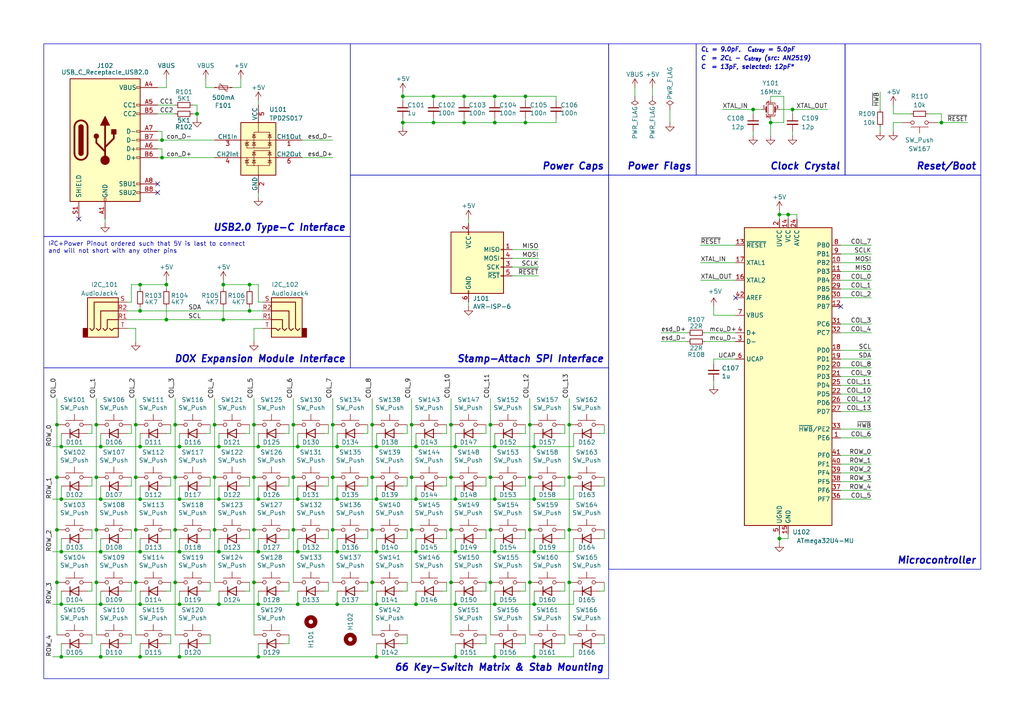
<source format=kicad_sch>
(kicad_sch (version 20230121) (generator eeschema)
  (paper "A4")
  (junction (at 73.66 153.67))
  (junction (at 119.38 153.67))
  (junction (at 218.44 31.75))
  (junction (at 86.36 144.78))
  (junction (at 130.81 138.43))
  (junction (at 107.95 153.67))
  (junction (at 73.66 138.43))
  (junction (at 153.67 153.67))
  (junction (at 116.84 27.94))
  (junction (at 96.52 123.19))
  (junction (at 74.93 144.78))
  (junction (at 86.36 129.54))
  (junction (at 154.94 144.78))
  (junction (at 130.81 168.91))
  (junction (at 119.38 138.43))
  (junction (at 130.81 153.67))
  (junction (at 63.5 175.26))
  (junction (at 52.07 190.5))
  (junction (at 63.5 129.54))
  (junction (at 143.51 160.02))
  (junction (at 125.73 35.56))
  (junction (at 96.52 153.67))
  (junction (at 39.37 168.91))
  (junction (at 109.22 190.5))
  (junction (at 40.64 129.54))
  (junction (at 152.4 27.94))
  (junction (at 40.64 160.02))
  (junction (at 116.84 35.56))
  (junction (at 143.51 129.54))
  (junction (at 154.94 160.02))
  (junction (at 17.78 144.78))
  (junction (at 125.73 27.94))
  (junction (at 109.22 160.02))
  (junction (at 57.15 33.02))
  (junction (at 17.78 175.26))
  (junction (at 29.21 160.02))
  (junction (at 39.37 153.67))
  (junction (at 132.08 129.54))
  (junction (at 109.22 129.54))
  (junction (at 50.8 123.19))
  (junction (at 107.95 138.43))
  (junction (at 63.5 160.02))
  (junction (at 97.79 160.02))
  (junction (at 134.62 27.94))
  (junction (at 46.99 40.64))
  (junction (at 120.65 160.02))
  (junction (at 27.94 153.67))
  (junction (at 132.08 190.5))
  (junction (at 29.21 190.5))
  (junction (at 120.65 175.26))
  (junction (at 142.24 153.67))
  (junction (at 153.67 138.43))
  (junction (at 152.4 35.56))
  (junction (at 50.8 153.67))
  (junction (at 165.1 123.19))
  (junction (at 29.21 129.54))
  (junction (at 154.94 175.26))
  (junction (at 97.79 175.26))
  (junction (at 119.38 123.19))
  (junction (at 226.06 62.23))
  (junction (at 64.77 82.55))
  (junction (at 154.94 190.5))
  (junction (at 143.51 190.5))
  (junction (at 107.95 123.19))
  (junction (at 165.1 168.91))
  (junction (at 143.51 35.56))
  (junction (at 143.51 175.26))
  (junction (at 132.08 175.26))
  (junction (at 165.1 138.43))
  (junction (at 143.51 144.78))
  (junction (at 228.6 62.23))
  (junction (at 64.77 92.71))
  (junction (at 16.51 153.67))
  (junction (at 142.24 138.43))
  (junction (at 27.94 168.91))
  (junction (at 143.51 27.94))
  (junction (at 29.21 144.78))
  (junction (at 74.93 175.26))
  (junction (at 109.22 144.78))
  (junction (at 17.78 129.54))
  (junction (at 27.94 123.19))
  (junction (at 96.52 138.43))
  (junction (at 85.09 153.67))
  (junction (at 86.36 175.26))
  (junction (at 97.79 144.78))
  (junction (at 74.93 160.02))
  (junction (at 29.21 175.26))
  (junction (at 40.64 144.78))
  (junction (at 40.64 82.55))
  (junction (at 16.51 123.19))
  (junction (at 17.78 160.02))
  (junction (at 107.95 168.91))
  (junction (at 130.81 123.19))
  (junction (at 229.87 31.75))
  (junction (at 142.24 168.91))
  (junction (at 52.07 160.02))
  (junction (at 40.64 190.5))
  (junction (at 226.06 156.21))
  (junction (at 46.99 45.72))
  (junction (at 132.08 160.02))
  (junction (at 72.39 82.55))
  (junction (at 223.52 35.56))
  (junction (at 52.07 129.54))
  (junction (at 97.79 129.54))
  (junction (at 86.36 160.02))
  (junction (at 74.93 129.54))
  (junction (at 62.23 138.43))
  (junction (at 74.93 190.5))
  (junction (at 73.66 168.91))
  (junction (at 62.23 153.67))
  (junction (at 50.8 168.91))
  (junction (at 273.05 35.56))
  (junction (at 165.1 153.67))
  (junction (at 63.5 144.78))
  (junction (at 72.39 90.17))
  (junction (at 153.67 168.91))
  (junction (at 40.64 175.26))
  (junction (at 109.22 175.26))
  (junction (at 27.94 138.43))
  (junction (at 134.62 35.56))
  (junction (at 16.51 168.91))
  (junction (at 73.66 123.19))
  (junction (at 48.26 92.71))
  (junction (at 153.67 123.19))
  (junction (at 48.26 82.55))
  (junction (at 132.08 144.78))
  (junction (at 40.64 90.17))
  (junction (at 17.78 190.5))
  (junction (at 120.65 129.54))
  (junction (at 16.51 138.43))
  (junction (at 52.07 175.26))
  (junction (at 52.07 144.78))
  (junction (at 50.8 138.43))
  (junction (at 120.65 144.78))
  (junction (at 39.37 138.43))
  (junction (at 85.09 138.43))
  (junction (at 85.09 123.19))
  (junction (at 62.23 123.19))
  (junction (at 154.94 129.54))
  (junction (at 142.24 123.19))
  (junction (at 39.37 123.19))
  (no_connect (at 22.86 63.5))
  (no_connect (at 45.72 53.34))
  (no_connect (at 45.72 55.88))
  (no_connect (at 243.84 88.9))
  (no_connect (at 213.36 86.36))
  (wire (pts (xy 228.6 156.21) (xy 226.06 156.21)))
  (wire (pts (xy 152.4 168.91) (xy 152.4 171.45)))
  (wire (pts (xy 118.11 138.43) (xy 118.11 140.97)))
  (wire (pts (xy 163.83 186.69) (xy 162.56 186.69)))
  (wire (pts (xy 76.2 87.63) (xy 74.93 87.63)))
  (wire (pts (xy 55.88 33.02) (xy 57.15 33.02)))
  (wire (pts (xy 243.84 144.78) (xy 252.73 144.78)))
  (wire (pts (xy 255.27 26.67) (xy 255.27 31.75)))
  (wire (pts (xy 83.82 153.67) (xy 83.82 156.21)))
  (wire (pts (xy 40.64 140.97) (xy 40.64 144.78)))
  (wire (pts (xy 243.84 81.28) (xy 252.73 81.28)))
  (wire (pts (xy 142.24 138.43) (xy 142.24 153.67)))
  (wire (pts (xy 223.52 27.94) (xy 223.52 29.21)))
  (wire (pts (xy 119.38 123.19) (xy 119.38 138.43)))
  (wire (pts (xy 40.64 186.69) (xy 40.64 190.5)))
  (wire (pts (xy 17.78 171.45) (xy 17.78 175.26)))
  (wire (pts (xy 95.25 125.73) (xy 93.98 125.73)))
  (wire (pts (xy 64.77 82.55) (xy 64.77 83.82)))
  (wire (pts (xy 143.51 27.94) (xy 152.4 27.94)))
  (wire (pts (xy 46.99 45.72) (xy 62.23 45.72)))
  (wire (pts (xy 142.24 115.57) (xy 142.24 123.19)))
  (wire (pts (xy 129.54 138.43) (xy 129.54 140.97)))
  (wire (pts (xy 49.53 168.91) (xy 49.53 171.45)))
  (wire (pts (xy 153.67 123.19) (xy 153.67 138.43)))
  (wire (pts (xy 143.51 140.97) (xy 143.51 144.78)))
  (wire (pts (xy 106.68 123.19) (xy 106.68 125.73)))
  (wire (pts (xy 73.66 138.43) (xy 73.66 153.67)))
  (wire (pts (xy 36.83 92.71) (xy 48.26 92.71)))
  (wire (pts (xy 175.26 171.45) (xy 173.99 171.45)))
  (wire (pts (xy 109.22 156.21) (xy 109.22 160.02)))
  (wire (pts (xy 271.78 35.56) (xy 273.05 35.56)))
  (wire (pts (xy 226.06 156.21) (xy 226.06 157.48)))
  (wire (pts (xy 72.39 140.97) (xy 71.12 140.97)))
  (wire (pts (xy 143.51 160.02) (xy 154.94 160.02)))
  (wire (pts (xy 40.64 190.5) (xy 52.07 190.5)))
  (wire (pts (xy 220.98 31.75) (xy 218.44 31.75)))
  (wire (pts (xy 255.27 36.83) (xy 255.27 38.1)))
  (wire (pts (xy 118.11 123.19) (xy 118.11 125.73)))
  (wire (pts (xy 49.53 156.21) (xy 48.26 156.21)))
  (wire (pts (xy 223.52 35.56) (xy 227.33 35.56)))
  (wire (pts (xy 243.84 83.82) (xy 252.73 83.82)))
  (wire (pts (xy 16.51 138.43) (xy 16.51 153.67)))
  (wire (pts (xy 119.38 153.67) (xy 119.38 168.91)))
  (wire (pts (xy 26.67 186.69) (xy 25.4 186.69)))
  (wire (pts (xy 95.25 168.91) (xy 95.25 171.45)))
  (wire (pts (xy 120.65 160.02) (xy 132.08 160.02)))
  (wire (pts (xy 132.08 171.45) (xy 132.08 175.26)))
  (wire (pts (xy 85.09 138.43) (xy 85.09 153.67)))
  (wire (pts (xy 107.95 123.19) (xy 107.95 138.43)))
  (wire (pts (xy 130.81 153.67) (xy 130.81 168.91)))
  (wire (pts (xy 153.67 138.43) (xy 153.67 153.67)))
  (wire (pts (xy 52.07 175.26) (xy 63.5 175.26)))
  (wire (pts (xy 129.54 153.67) (xy 129.54 156.21)))
  (wire (pts (xy 83.82 138.43) (xy 83.82 140.97)))
  (wire (pts (xy 207.01 104.14) (xy 207.01 105.41)))
  (wire (pts (xy 38.1 184.15) (xy 38.1 186.69)))
  (wire (pts (xy 218.44 31.75) (xy 218.44 33.02)))
  (wire (pts (xy 120.65 156.21) (xy 120.65 160.02)))
  (wire (pts (xy 118.11 156.21) (xy 116.84 156.21)))
  (wire (pts (xy 60.96 138.43) (xy 60.96 140.97)))
  (wire (pts (xy 48.26 25.4) (xy 45.72 25.4)))
  (wire (pts (xy 74.93 129.54) (xy 86.36 129.54)))
  (wire (pts (xy 152.4 138.43) (xy 152.4 140.97)))
  (wire (pts (xy 118.11 186.69) (xy 116.84 186.69)))
  (wire (pts (xy 129.54 168.91) (xy 129.54 171.45)))
  (wire (pts (xy 72.39 123.19) (xy 72.39 125.73)))
  (wire (pts (xy 223.52 34.29) (xy 223.52 35.56)))
  (wire (pts (xy 62.23 123.19) (xy 62.23 138.43)))
  (wire (pts (xy 26.67 184.15) (xy 26.67 186.69)))
  (wire (pts (xy 72.39 125.73) (xy 71.12 125.73)))
  (wire (pts (xy 74.93 125.73) (xy 74.93 129.54)))
  (wire (pts (xy 87.63 45.72) (xy 96.52 45.72)))
  (wire (pts (xy 227.33 27.94) (xy 227.33 35.56)))
  (wire (pts (xy 166.37 140.97) (xy 166.37 144.78)))
  (wire (pts (xy 154.94 175.26) (xy 166.37 175.26)))
  (wire (pts (xy 106.68 168.91) (xy 106.68 171.45)))
  (wire (pts (xy 116.84 35.56) (xy 116.84 34.29)))
  (wire (pts (xy 63.5 160.02) (xy 74.93 160.02)))
  (wire (pts (xy 52.07 190.5) (xy 74.93 190.5)))
  (wire (pts (xy 118.11 171.45) (xy 116.84 171.45)))
  (wire (pts (xy 83.82 156.21) (xy 82.55 156.21)))
  (wire (pts (xy 125.73 27.94) (xy 134.62 27.94)))
  (wire (pts (xy 95.25 140.97) (xy 93.98 140.97)))
  (wire (pts (xy 60.96 171.45) (xy 59.69 171.45)))
  (wire (pts (xy 120.65 171.45) (xy 120.65 175.26)))
  (wire (pts (xy 64.77 88.9) (xy 64.77 92.71)))
  (wire (pts (xy 163.83 153.67) (xy 163.83 156.21)))
  (wire (pts (xy 96.52 115.57) (xy 96.52 123.19)))
  (wire (pts (xy 60.96 186.69) (xy 59.69 186.69)))
  (wire (pts (xy 38.1 82.55) (xy 38.1 87.63)))
  (wire (pts (xy 60.96 168.91) (xy 60.96 171.45)))
  (wire (pts (xy 207.01 88.9) (xy 207.01 91.44)))
  (wire (pts (xy 163.83 156.21) (xy 162.56 156.21)))
  (wire (pts (xy 148.59 72.39) (xy 156.21 72.39)))
  (wire (pts (xy 95.25 138.43) (xy 95.25 140.97)))
  (wire (pts (xy 48.26 25.4) (xy 48.26 22.86)))
  (wire (pts (xy 223.52 35.56) (xy 223.52 39.37)))
  (wire (pts (xy 86.36 140.97) (xy 86.36 144.78)))
  (wire (pts (xy 57.15 33.02) (xy 57.15 34.29)))
  (wire (pts (xy 152.4 156.21) (xy 151.13 156.21)))
  (wire (pts (xy 109.22 129.54) (xy 120.65 129.54)))
  (wire (pts (xy 199.39 99.06) (xy 191.77 99.06)))
  (wire (pts (xy 153.67 115.57) (xy 153.67 123.19)))
  (wire (pts (xy 109.22 160.02) (xy 120.65 160.02)))
  (wire (pts (xy 143.51 125.73) (xy 143.51 129.54)))
  (wire (pts (xy 86.36 125.73) (xy 86.36 129.54)))
  (wire (pts (xy 17.78 175.26) (xy 29.21 175.26)))
  (wire (pts (xy 163.83 125.73) (xy 162.56 125.73)))
  (wire (pts (xy 62.23 115.57) (xy 62.23 123.19)))
  (wire (pts (xy 143.51 171.45) (xy 143.51 175.26)))
  (wire (pts (xy 130.81 115.57) (xy 130.81 123.19)))
  (wire (pts (xy 165.1 123.19) (xy 165.1 138.43)))
  (wire (pts (xy 40.64 125.73) (xy 40.64 129.54)))
  (wire (pts (xy 85.09 123.19) (xy 85.09 138.43)))
  (wire (pts (xy 132.08 175.26) (xy 143.51 175.26)))
  (wire (pts (xy 40.64 171.45) (xy 40.64 175.26)))
  (wire (pts (xy 154.94 186.69) (xy 154.94 190.5)))
  (wire (pts (xy 29.21 175.26) (xy 40.64 175.26)))
  (wire (pts (xy 50.8 123.19) (xy 50.8 138.43)))
  (wire (pts (xy 52.07 129.54) (xy 63.5 129.54)))
  (wire (pts (xy 243.84 73.66) (xy 252.73 73.66)))
  (wire (pts (xy 116.84 29.21) (xy 116.84 27.94)))
  (wire (pts (xy 63.5 129.54) (xy 74.93 129.54)))
  (wire (pts (xy 72.39 82.55) (xy 72.39 83.82)))
  (wire (pts (xy 132.08 129.54) (xy 143.51 129.54)))
  (wire (pts (xy 38.1 123.19) (xy 38.1 125.73)))
  (wire (pts (xy 86.36 160.02) (xy 97.79 160.02)))
  (wire (pts (xy 243.84 109.22) (xy 252.73 109.22)))
  (wire (pts (xy 109.22 190.5) (xy 132.08 190.5)))
  (wire (pts (xy 83.82 171.45) (xy 82.55 171.45)))
  (wire (pts (xy 62.23 138.43) (xy 62.23 153.67)))
  (wire (pts (xy 17.78 156.21) (xy 17.78 160.02)))
  (wire (pts (xy 74.93 29.21) (xy 74.93 30.48)))
  (wire (pts (xy 152.4 27.94) (xy 161.29 27.94)))
  (wire (pts (xy 60.96 125.73) (xy 59.69 125.73)))
  (wire (pts (xy 60.96 184.15) (xy 60.96 186.69)))
  (wire (pts (xy 243.84 86.36) (xy 252.73 86.36)))
  (wire (pts (xy 30.48 63.5) (xy 30.48 64.77)))
  (wire (pts (xy 140.97 153.67) (xy 140.97 156.21)))
  (wire (pts (xy 209.55 31.75) (xy 218.44 31.75)))
  (wire (pts (xy 152.4 153.67) (xy 152.4 156.21)))
  (wire (pts (xy 74.93 57.15) (xy 74.93 55.88)))
  (wire (pts (xy 17.78 144.78) (xy 29.21 144.78)))
  (wire (pts (xy 97.79 160.02) (xy 109.22 160.02)))
  (wire (pts (xy 140.97 125.73) (xy 139.7 125.73)))
  (wire (pts (xy 40.64 90.17) (xy 72.39 90.17)))
  (wire (pts (xy 152.4 29.21) (xy 152.4 27.94)))
  (wire (pts (xy 17.78 129.54) (xy 29.21 129.54)))
  (wire (pts (xy 154.94 171.45) (xy 154.94 175.26)))
  (wire (pts (xy 154.94 160.02) (xy 166.37 160.02)))
  (wire (pts (xy 130.81 123.19) (xy 130.81 138.43)))
  (wire (pts (xy 204.47 99.06) (xy 213.36 99.06)))
  (wire (pts (xy 143.51 144.78) (xy 154.94 144.78)))
  (wire (pts (xy 140.97 123.19) (xy 140.97 125.73)))
  (wire (pts (xy 109.22 125.73) (xy 109.22 129.54)))
  (wire (pts (xy 166.37 125.73) (xy 166.37 129.54)))
  (wire (pts (xy 166.37 171.45) (xy 166.37 175.26)))
  (wire (pts (xy 143.51 175.26) (xy 154.94 175.26)))
  (wire (pts (xy 49.53 186.69) (xy 48.26 186.69)))
  (wire (pts (xy 143.51 156.21) (xy 143.51 160.02)))
  (wire (pts (xy 83.82 140.97) (xy 82.55 140.97)))
  (wire (pts (xy 49.53 171.45) (xy 48.26 171.45)))
  (wire (pts (xy 203.2 76.2) (xy 213.36 76.2)))
  (wire (pts (xy 129.54 140.97) (xy 128.27 140.97)))
  (wire (pts (xy 40.64 160.02) (xy 52.07 160.02)))
  (wire (pts (xy 226.06 62.23) (xy 228.6 62.23)))
  (wire (pts (xy 86.36 129.54) (xy 97.79 129.54)))
  (wire (pts (xy 175.26 184.15) (xy 175.26 186.69)))
  (wire (pts (xy 29.21 190.5) (xy 40.64 190.5)))
  (wire (pts (xy 64.77 92.71) (xy 76.2 92.71)))
  (wire (pts (xy 87.63 40.64) (xy 96.52 40.64)))
  (wire (pts (xy 140.97 156.21) (xy 139.7 156.21)))
  (wire (pts (xy 154.94 125.73) (xy 154.94 129.54)))
  (wire (pts (xy 118.11 168.91) (xy 118.11 171.45)))
  (wire (pts (xy 152.4 35.56) (xy 161.29 35.56)))
  (wire (pts (xy 243.84 76.2) (xy 252.73 76.2)))
  (wire (pts (xy 52.07 144.78) (xy 63.5 144.78)))
  (wire (pts (xy 85.09 153.67) (xy 85.09 168.91)))
  (wire (pts (xy 163.83 168.91) (xy 163.83 171.45)))
  (wire (pts (xy 142.24 123.19) (xy 142.24 138.43)))
  (wire (pts (xy 165.1 153.67) (xy 165.1 168.91)))
  (wire (pts (xy 130.81 138.43) (xy 130.81 153.67)))
  (wire (pts (xy 184.15 27.94) (xy 184.15 25.4)))
  (wire (pts (xy 17.78 125.73) (xy 17.78 129.54)))
  (wire (pts (xy 135.89 63.5) (xy 135.89 64.77)))
  (wire (pts (xy 109.22 175.26) (xy 120.65 175.26)))
  (wire (pts (xy 60.96 140.97) (xy 59.69 140.97)))
  (wire (pts (xy 72.39 90.17) (xy 76.2 90.17)))
  (wire (pts (xy 50.8 138.43) (xy 50.8 153.67)))
  (wire (pts (xy 243.84 101.6) (xy 252.73 101.6)))
  (wire (pts (xy 72.39 153.67) (xy 72.39 156.21)))
  (wire (pts (xy 48.26 92.71) (xy 64.77 92.71)))
  (wire (pts (xy 243.84 127) (xy 252.73 127)))
  (wire (pts (xy 97.79 175.26) (xy 109.22 175.26)))
  (wire (pts (xy 59.69 22.86) (xy 59.69 25.4)))
  (wire (pts (xy 199.39 96.52) (xy 191.77 96.52)))
  (wire (pts (xy 243.84 104.14) (xy 252.73 104.14)))
  (wire (pts (xy 259.08 30.48) (xy 259.08 33.02)))
  (wire (pts (xy 243.84 106.68) (xy 252.73 106.68)))
  (wire (pts (xy 140.97 171.45) (xy 139.7 171.45)))
  (wire (pts (xy 52.07 160.02) (xy 63.5 160.02)))
  (wire (pts (xy 109.22 140.97) (xy 109.22 144.78)))
  (wire (pts (xy 175.26 168.91) (xy 175.26 171.45)))
  (wire (pts (xy 175.26 186.69) (xy 173.99 186.69)))
  (wire (pts (xy 243.84 139.7) (xy 252.73 139.7)))
  (wire (pts (xy 85.09 115.57) (xy 85.09 123.19)))
  (wire (pts (xy 48.26 88.9) (xy 48.26 92.71)))
  (wire (pts (xy 73.66 115.57) (xy 73.66 123.19)))
  (wire (pts (xy 40.64 156.21) (xy 40.64 160.02)))
  (wire (pts (xy 29.21 156.21) (xy 29.21 160.02)))
  (wire (pts (xy 194.31 31.75) (xy 194.31 35.56)))
  (wire (pts (xy 129.54 156.21) (xy 128.27 156.21)))
  (wire (pts (xy 118.11 184.15) (xy 118.11 186.69)))
  (wire (pts (xy 96.52 138.43) (xy 96.52 153.67)))
  (wire (pts (xy 175.26 156.21) (xy 173.99 156.21)))
  (wire (pts (xy 134.62 29.21) (xy 134.62 27.94)))
  (wire (pts (xy 74.93 156.21) (xy 74.93 160.02)))
  (wire (pts (xy 119.38 115.57) (xy 119.38 123.19)))
  (wire (pts (xy 143.51 129.54) (xy 154.94 129.54)))
  (wire (pts (xy 74.93 87.63) (xy 74.93 82.55)))
  (wire (pts (xy 228.6 62.23) (xy 231.14 62.23)))
  (wire (pts (xy 132.08 144.78) (xy 143.51 144.78)))
  (wire (pts (xy 97.79 140.97) (xy 97.79 144.78)))
  (wire (pts (xy 49.53 125.73) (xy 48.26 125.73)))
  (wire (pts (xy 38.1 153.67) (xy 38.1 156.21)))
  (wire (pts (xy 73.66 123.19) (xy 73.66 138.43)))
  (wire (pts (xy 40.64 88.9) (xy 40.64 90.17)))
  (wire (pts (xy 142.24 168.91) (xy 142.24 184.15)))
  (wire (pts (xy 40.64 175.26) (xy 52.07 175.26)))
  (wire (pts (xy 57.15 30.48) (xy 57.15 33.02)))
  (wire (pts (xy 95.25 171.45) (xy 93.98 171.45)))
  (wire (pts (xy 165.1 138.43) (xy 165.1 153.67)))
  (wire (pts (xy 129.54 123.19) (xy 129.54 125.73)))
  (wire (pts (xy 63.5 125.73) (xy 63.5 129.54)))
  (wire (pts (xy 97.79 171.45) (xy 97.79 175.26)))
  (wire (pts (xy 50.8 115.57) (xy 50.8 123.19)))
  (wire (pts (xy 118.11 153.67) (xy 118.11 156.21)))
  (wire (pts (xy 95.25 123.19) (xy 95.25 125.73)))
  (wire (pts (xy 52.07 186.69) (xy 52.07 190.5)))
  (wire (pts (xy 97.79 129.54) (xy 109.22 129.54)))
  (wire (pts (xy 129.54 125.73) (xy 128.27 125.73)))
  (wire (pts (xy 226.06 31.75) (xy 229.87 31.75)))
  (wire (pts (xy 165.1 168.91) (xy 165.1 184.15)))
  (wire (pts (xy 38.1 140.97) (xy 36.83 140.97)))
  (wire (pts (xy 140.97 140.97) (xy 139.7 140.97)))
  (wire (pts (xy 243.84 137.16) (xy 252.73 137.16)))
  (wire (pts (xy 38.1 87.63) (xy 36.83 87.63)))
  (wire (pts (xy 106.68 153.67) (xy 106.68 156.21)))
  (wire (pts (xy 153.67 153.67) (xy 153.67 168.91)))
  (wire (pts (xy 26.67 171.45) (xy 25.4 171.45)))
  (wire (pts (xy 107.95 168.91) (xy 107.95 184.15)))
  (wire (pts (xy 83.82 184.15) (xy 83.82 186.69)))
  (wire (pts (xy 207.01 104.14) (xy 213.36 104.14)))
  (wire (pts (xy 86.36 171.45) (xy 86.36 175.26)))
  (wire (pts (xy 228.6 62.23) (xy 228.6 63.5)))
  (wire (pts (xy 152.4 140.97) (xy 151.13 140.97)))
  (wire (pts (xy 120.65 129.54) (xy 132.08 129.54)))
  (wire (pts (xy 27.94 123.19) (xy 27.94 138.43)))
  (wire (pts (xy 261.62 35.56) (xy 259.08 35.56)))
  (wire (pts (xy 95.25 153.67) (xy 95.25 156.21)))
  (wire (pts (xy 17.78 140.97) (xy 17.78 144.78)))
  (wire (pts (xy 109.22 186.69) (xy 109.22 190.5)))
  (wire (pts (xy 72.39 138.43) (xy 72.39 140.97)))
  (wire (pts (xy 132.08 186.69) (xy 132.08 190.5)))
  (wire (pts (xy 39.37 153.67) (xy 39.37 168.91)))
  (wire (pts (xy 73.66 168.91) (xy 73.66 184.15)))
  (wire (pts (xy 273.05 35.56) (xy 273.05 33.02)))
  (wire (pts (xy 130.81 168.91) (xy 130.81 184.15)))
  (wire (pts (xy 107.95 153.67) (xy 107.95 168.91)))
  (wire (pts (xy 60.96 156.21) (xy 59.69 156.21)))
  (wire (pts (xy 27.94 168.91) (xy 27.94 184.15)))
  (wire (pts (xy 118.11 140.97) (xy 116.84 140.97)))
  (wire (pts (xy 29.21 140.97) (xy 29.21 144.78)))
  (wire (pts (xy 63.5 140.97) (xy 63.5 144.78)))
  (wire (pts (xy 143.51 34.29) (xy 143.51 35.56)))
  (wire (pts (xy 134.62 27.94) (xy 143.51 27.94)))
  (wire (pts (xy 175.26 123.19) (xy 175.26 125.73)))
  (wire (pts (xy 17.78 160.02) (xy 29.21 160.02)))
  (wire (pts (xy 74.93 140.97) (xy 74.93 144.78)))
  (wire (pts (xy 154.94 190.5) (xy 166.37 190.5)))
  (wire (pts (xy 45.72 43.18) (xy 46.99 43.18)))
  (wire (pts (xy 163.83 123.19) (xy 163.83 125.73)))
  (wire (pts (xy 52.07 140.97) (xy 52.07 144.78)))
  (wire (pts (xy 45.72 38.1) (xy 46.99 38.1)))
  (wire (pts (xy 15.24 129.54) (xy 17.78 129.54)))
  (wire (pts (xy 16.51 123.19) (xy 16.51 138.43)))
  (wire (pts (xy 63.5 156.21) (xy 63.5 160.02)))
  (wire (pts (xy 49.53 140.97) (xy 48.26 140.97)))
  (wire (pts (xy 83.82 123.19) (xy 83.82 125.73)))
  (wire (pts (xy 60.96 123.19) (xy 60.96 125.73)))
  (wire (pts (xy 226.06 60.96) (xy 226.06 62.23)))
  (wire (pts (xy 39.37 138.43) (xy 39.37 153.67)))
  (wire (pts (xy 49.53 153.67) (xy 49.53 156.21)))
  (wire (pts (xy 46.99 40.64) (xy 62.23 40.64)))
  (wire (pts (xy 69.85 25.4) (xy 67.31 25.4)))
  (wire (pts (xy 48.26 82.55) (xy 48.26 83.82)))
  (wire (pts (xy 83.82 168.91) (xy 83.82 171.45)))
  (wire (pts (xy 38.1 125.73) (xy 36.83 125.73)))
  (wire (pts (xy 86.36 156.21) (xy 86.36 160.02)))
  (wire (pts (xy 50.8 153.67) (xy 50.8 168.91)))
  (wire (pts (xy 72.39 156.21) (xy 71.12 156.21)))
  (wire (pts (xy 116.84 35.56) (xy 116.84 36.83)))
  (wire (pts (xy 72.39 171.45) (xy 71.12 171.45)))
  (wire (pts (xy 74.93 186.69) (xy 74.93 190.5)))
  (wire (pts (xy 38.1 171.45) (xy 36.83 171.45)))
  (wire (pts (xy 63.5 171.45) (xy 63.5 175.26)))
  (wire (pts (xy 213.36 91.44) (xy 207.01 91.44)))
  (wire (pts (xy 165.1 115.57) (xy 165.1 123.19)))
  (wire (pts (xy 161.29 35.56) (xy 161.29 34.29)))
  (wire (pts (xy 46.99 43.18) (xy 46.99 45.72)))
  (wire (pts (xy 39.37 95.25) (xy 39.37 99.06)))
  (wire (pts (xy 120.65 175.26) (xy 132.08 175.26)))
  (wire (pts (xy 152.4 186.69) (xy 151.13 186.69)))
  (wire (pts (xy 229.87 33.02) (xy 229.87 31.75)))
  (wire (pts (xy 29.21 144.78) (xy 40.64 144.78)))
  (wire (pts (xy 152.4 171.45) (xy 151.13 171.45)))
  (wire (pts (xy 72.39 82.55) (xy 74.93 82.55)))
  (wire (pts (xy 228.6 154.94) (xy 228.6 156.21)))
  (wire (pts (xy 72.39 88.9) (xy 72.39 90.17)))
  (wire (pts (xy 17.78 190.5) (xy 29.21 190.5)))
  (wire (pts (xy 40.64 82.55) (xy 48.26 82.55)))
  (wire (pts (xy 125.73 35.56) (xy 116.84 35.56)))
  (wire (pts (xy 39.37 123.19) (xy 39.37 138.43)))
  (wire (pts (xy 74.93 144.78) (xy 86.36 144.78)))
  (wire (pts (xy 243.84 71.12) (xy 252.73 71.12)))
  (wire (pts (xy 106.68 140.97) (xy 105.41 140.97)))
  (wire (pts (xy 142.24 153.67) (xy 142.24 168.91)))
  (wire (pts (xy 64.77 82.55) (xy 72.39 82.55)))
  (wire (pts (xy 26.67 153.67) (xy 26.67 156.21)))
  (wire (pts (xy 49.53 123.19) (xy 49.53 125.73)))
  (wire (pts (xy 39.37 115.57) (xy 39.37 123.19)))
  (wire (pts (xy 175.26 138.43) (xy 175.26 140.97)))
  (wire (pts (xy 243.84 142.24) (xy 252.73 142.24)))
  (wire (pts (xy 143.51 29.21) (xy 143.51 27.94)))
  (wire (pts (xy 96.52 123.19) (xy 96.52 138.43)))
  (wire (pts (xy 45.72 45.72) (xy 46.99 45.72)))
  (wire (pts (xy 175.26 140.97) (xy 173.99 140.97)))
  (wire (pts (xy 40.64 129.54) (xy 52.07 129.54)))
  (wire (pts (xy 153.67 168.91) (xy 153.67 184.15)))
  (wire (pts (xy 73.66 95.25) (xy 73.66 99.06)))
  (wire (pts (xy 15.24 160.02) (xy 17.78 160.02)))
  (wire (pts (xy 140.97 184.15) (xy 140.97 186.69)))
  (wire (pts (xy 106.68 138.43) (xy 106.68 140.97)))
  (wire (pts (xy 148.59 74.93) (xy 156.21 74.93)))
  (wire (pts (xy 120.65 125.73) (xy 120.65 129.54)))
  (wire (pts (xy 52.07 125.73) (xy 52.07 129.54)))
  (wire (pts (xy 107.95 138.43) (xy 107.95 153.67)))
  (wire (pts (xy 204.47 96.52) (xy 213.36 96.52)))
  (wire (pts (xy 38.1 168.91) (xy 38.1 171.45)))
  (wire (pts (xy 29.21 171.45) (xy 29.21 175.26)))
  (wire (pts (xy 166.37 156.21) (xy 166.37 160.02)))
  (wire (pts (xy 243.84 132.08) (xy 252.73 132.08)))
  (wire (pts (xy 107.95 115.57) (xy 107.95 123.19)))
  (wire (pts (xy 74.93 160.02) (xy 86.36 160.02)))
  (wire (pts (xy 16.51 153.67) (xy 16.51 168.91)))
  (wire (pts (xy 40.64 144.78) (xy 52.07 144.78)))
  (wire (pts (xy 27.94 138.43) (xy 27.94 153.67)))
  (wire (pts (xy 62.23 153.67) (xy 62.23 168.91)))
  (wire (pts (xy 243.84 93.98) (xy 252.73 93.98)))
  (wire (pts (xy 96.52 153.67) (xy 96.52 168.91)))
  (wire (pts (xy 189.23 25.4) (xy 189.23 27.94)))
  (wire (pts (xy 97.79 125.73) (xy 97.79 129.54)))
  (wire (pts (xy 175.26 153.67) (xy 175.26 156.21)))
  (wire (pts (xy 59.69 25.4) (xy 62.23 25.4)))
  (wire (pts (xy 243.84 119.38) (xy 252.73 119.38)))
  (wire (pts (xy 72.39 168.91) (xy 72.39 171.45)))
  (wire (pts (xy 143.51 186.69) (xy 143.51 190.5)))
  (wire (pts (xy 74.93 190.5) (xy 109.22 190.5)))
  (wire (pts (xy 29.21 186.69) (xy 29.21 190.5)))
  (wire (pts (xy 229.87 38.1) (xy 229.87 39.37)))
  (wire (pts (xy 15.24 190.5) (xy 17.78 190.5)))
  (wire (pts (xy 154.94 144.78) (xy 166.37 144.78)))
  (wire (pts (xy 152.4 34.29) (xy 152.4 35.56)))
  (wire (pts (xy 38.1 186.69) (xy 36.83 186.69)))
  (wire (pts (xy 83.82 186.69) (xy 82.55 186.69)))
  (wire (pts (xy 109.22 171.45) (xy 109.22 175.26)))
  (wire (pts (xy 143.51 190.5) (xy 154.94 190.5)))
  (wire (pts (xy 116.84 27.94) (xy 116.84 26.67)))
  (wire (pts (xy 38.1 156.21) (xy 36.83 156.21)))
  (wire (pts (xy 26.67 168.91) (xy 26.67 171.45)))
  (wire (pts (xy 15.24 144.78) (xy 17.78 144.78)))
  (wire (pts (xy 26.67 138.43) (xy 26.67 140.97)))
  (wire (pts (xy 40.64 82.55) (xy 40.64 83.82)))
  (wire (pts (xy 26.67 156.21) (xy 25.4 156.21)))
  (wire (pts (xy 152.4 125.73) (xy 151.13 125.73)))
  (wire (pts (xy 27.94 153.67) (xy 27.94 168.91)))
  (wire (pts (xy 203.2 81.28) (xy 213.36 81.28)))
  (wire (pts (xy 69.85 22.86) (xy 69.85 25.4)))
  (wire (pts (xy 135.89 87.63) (xy 135.89 88.9)))
  (wire (pts (xy 154.94 129.54) (xy 166.37 129.54)))
  (wire (pts (xy 86.36 175.26) (xy 97.79 175.26)))
  (wire (pts (xy 140.97 168.91) (xy 140.97 171.45)))
  (wire (pts (xy 60.96 153.67) (xy 60.96 156.21)))
  (wire (pts (xy 64.77 81.28) (xy 64.77 82.55)))
  (wire (pts (xy 52.07 156.21) (xy 52.07 160.02)))
  (wire (pts (xy 36.83 90.17) (xy 40.64 90.17)))
  (wire (pts (xy 148.59 80.01) (xy 156.21 80.01)))
  (wire (pts (xy 152.4 184.15) (xy 152.4 186.69)))
  (wire (pts (xy 125.73 35.56) (xy 134.62 35.56)))
  (wire (pts (xy 49.53 184.15) (xy 49.53 186.69)))
  (wire (pts (xy 259.08 35.56) (xy 259.08 38.1)))
  (wire (pts (xy 243.84 78.74) (xy 252.73 78.74)))
  (wire (pts (xy 49.53 138.43) (xy 49.53 140.97)))
  (wire (pts (xy 163.83 171.45) (xy 162.56 171.45)))
  (wire (pts (xy 17.78 186.69) (xy 17.78 190.5)))
  (wire (pts (xy 120.65 144.78) (xy 132.08 144.78)))
  (wire (pts (xy 134.62 35.56) (xy 143.51 35.56)))
  (wire (pts (xy 243.84 111.76) (xy 252.73 111.76)))
  (wire (pts (xy 45.72 33.02) (xy 50.8 33.02)))
  (wire (pts (xy 106.68 156.21) (xy 105.41 156.21)))
  (wire (pts (xy 29.21 129.54) (xy 40.64 129.54)))
  (wire (pts (xy 29.21 160.02) (xy 40.64 160.02)))
  (wire (pts (xy 46.99 38.1) (xy 46.99 40.64)))
  (wire (pts (xy 39.37 168.91) (xy 39.37 184.15)))
  (wire (pts (xy 129.54 171.45) (xy 128.27 171.45)))
  (wire (pts (xy 63.5 144.78) (xy 74.93 144.78)))
  (wire (pts (xy 243.84 134.62) (xy 252.73 134.62)))
  (wire (pts (xy 16.51 115.57) (xy 16.51 123.19)))
  (wire (pts (xy 15.24 175.26) (xy 17.78 175.26)))
  (wire (pts (xy 116.84 27.94) (xy 125.73 27.94)))
  (wire (pts (xy 166.37 186.69) (xy 166.37 190.5)))
  (wire (pts (xy 26.67 123.19) (xy 26.67 125.73)))
  (wire (pts (xy 243.84 114.3) (xy 252.73 114.3)))
  (wire (pts (xy 106.68 125.73) (xy 105.41 125.73)))
  (wire (pts (xy 132.08 125.73) (xy 132.08 129.54)))
  (wire (pts (xy 125.73 34.29) (xy 125.73 35.56)))
  (wire (pts (xy 163.83 184.15) (xy 163.83 186.69)))
  (wire (pts (xy 163.83 138.43) (xy 163.83 140.97)))
  (wire (pts (xy 207.01 110.49) (xy 207.01 111.76)))
  (wire (pts (xy 163.83 140.97) (xy 162.56 140.97)))
  (wire (pts (xy 86.36 144.78) (xy 97.79 144.78)))
  (wire (pts (xy 120.65 140.97) (xy 120.65 144.78)))
  (wire (pts (xy 218.44 38.1) (xy 218.44 39.37)))
  (wire (pts (xy 45.72 40.64) (xy 46.99 40.64)))
  (wire (pts (xy 132.08 160.02) (xy 143.51 160.02)))
  (wire (pts (xy 226.06 62.23) (xy 226.06 63.5)))
  (wire (pts (xy 140.97 138.43) (xy 140.97 140.97)))
  (wire (pts (xy 226.06 154.94) (xy 226.06 156.21)))
  (wire (pts (xy 132.08 156.21) (xy 132.08 160.02)))
  (wire (pts (xy 97.79 144.78) (xy 109.22 144.78)))
  (wire (pts (xy 52.07 171.45) (xy 52.07 175.26)))
  (wire (pts (xy 148.59 77.47) (xy 156.21 77.47)))
  (wire (pts (xy 231.14 62.23) (xy 231.14 63.5)))
  (wire (pts (xy 38.1 138.43) (xy 38.1 140.97)))
  (wire (pts (xy 259.08 33.02) (xy 264.16 33.02)))
  (wire (pts (xy 73.66 95.25) (xy 76.2 95.25)))
  (wire (pts (xy 161.29 27.94) (xy 161.29 29.21)))
  (wire (pts (xy 16.51 168.91) (xy 16.51 184.15)))
  (wire (pts (xy 83.82 125.73) (xy 82.55 125.73)))
  (wire (pts (xy 106.68 171.45) (xy 105.41 171.45)))
  (wire (pts (xy 29.21 125.73) (xy 29.21 129.54)))
  (wire (pts (xy 152.4 123.19) (xy 152.4 125.73)))
  (wire (pts (xy 143.51 35.56) (xy 152.4 35.56)))
  (wire (pts (xy 132.08 190.5) (xy 143.51 190.5)))
  (wire (pts (xy 132.08 140.97) (xy 132.08 144.78)))
  (wire (pts (xy 26.67 125.73) (xy 25.4 125.73)))
  (wire (pts (xy 125.73 29.21) (xy 125.73 27.94)))
  (wire (pts (xy 273.05 35.56) (xy 280.67 35.56)))
  (wire (pts (xy 273.05 33.02) (xy 269.24 33.02)))
  (wire (pts (xy 240.03 31.75) (xy 229.87 31.75)))
  (wire (pts (xy 118.11 125.73) (xy 116.84 125.73)))
  (wire (pts (xy 74.93 175.26) (xy 86.36 175.26)))
  (wire (pts (xy 140.97 186.69) (xy 139.7 186.69)))
  (wire (pts (xy 243.84 124.46) (xy 252.73 124.46)))
  (wire (pts (xy 48.26 81.28) (xy 48.26 82.55)))
  (wire (pts (xy 243.84 96.52) (xy 252.73 96.52)))
  (wire (pts (xy 119.38 138.43) (xy 119.38 153.67)))
  (wire (pts (xy 27.94 115.57) (xy 27.94 123.19)))
  (wire (pts (xy 95.25 156.21) (xy 93.98 156.21)))
  (wire (pts (xy 38.1 82.55) (xy 40.64 82.55)))
  (wire (pts (xy 243.84 116.84) (xy 252.73 116.84)))
  (wire (pts (xy 97.79 156.21) (xy 97.79 160.02)))
  (wire (pts (xy 36.83 95.25) (xy 39.37 95.25)))
  (wire (pts (xy 55.88 30.48) (xy 57.15 30.48)))
  (wire (pts (xy 223.52 27.94) (xy 227.33 27.94)))
  (wire (pts (xy 50.8 168.91) (xy 50.8 184.15)))
  (wire (pts (xy 203.2 71.12) (xy 213.36 71.12)))
  (wire (pts (xy 63.5 175.26) (xy 74.93 175.26)))
  (wire (pts (xy 109.22 144.78) (xy 120.65 144.78)))
  (wire (pts (xy 154.94 140.97) (xy 154.94 144.78)))
  (wire (pts (xy 134.62 34.29) (xy 134.62 35.56)))
  (wire (pts (xy 74.93 171.45) (xy 74.93 175.26)))
  (wire (pts (xy 45.72 30.48) (xy 50.8 30.48)))
  (wire (pts (xy 26.67 140.97) (xy 25.4 140.97)))
  (wire (pts (xy 175.26 125.73) (xy 173.99 125.73)))
  (wire (pts (xy 73.66 153.67) (xy 73.66 168.91)))
  (wire (pts (xy 154.94 156.21) (xy 154.94 160.02)))
  (rectangle (start 12.7 12.7) (end 101.6 68.58))
  (rectangle (start 176.53 50.8) (end 284.48 165.1))
  (rectangle (start 201.93 12.7) (end 245.11 50.8))
  (rectangle (start 12.7 68.58) (end 101.6 106.68))
  (rectangle (start 245.11 12.7) (end 284.48 50.8))
  (rectangle (start 176.53 12.7) (end 201.93 50.8))
  (rectangle (start 101.6 50.8) (end 176.53 106.68))
  (rectangle (start 12.7 106.68) (end 176.53 196.85))
  (rectangle (start 101.6 12.7) (end 176.53 50.8))
  (text "Reset/Boot" (at 283.21 49.53 0) (effects (font (size 2 2) bold italic) (justify right bottom)))
  (text "DOX Expansion Module Interface\n" (at 100.33 105.41 0) (effects (font (size 2 2) bold italic) (justify right bottom)))
  (text "Power Caps\n" (at 175.26 49.53 0) (effects (font (size 2 2) bold italic) (justify right bottom)))
  (text "Power Flags" (at 200.66 49.53 0) (effects (font (size 2 2) bold italic) (justify right bottom)))
  (text "Clock Crystal" (at 243.84 49.53 0) (effects (font (size 2 2) bold italic) (justify right bottom)))
  (text "C_{L} = 9.0pF,  C_{stray} = 5.0pF" (at 203.2 15.24 0) (effects (font (size 1.27 1.27) (thickness 0.254) bold italic) (justify left bottom)))
  (text "C_{ } = 2C_{L} - C_{stray} (src: AN2519)" (at 203.2 17.78 0) (effects (font (size 1.27 1.27) (thickness 0.254) bold italic) (justify left bottom)))
  (text "I^{2}C+Power Pinout ordered such that 5V is last to connect \nand will not short with any other pins" (at 13.97 73.66 0) (effects (font (size 1.27 1.27)) (justify left bottom)))
  (text "C_{ } = 13pF, selected: 12pF*\n" (at 203.2 20.32 0) (effects (font (size 1.27 1.27) (thickness 0.254) bold italic) (justify left bottom)))
  (text "USB2.0 Type-C Interface" (at 100.33 67.31 0) (effects (font (size 2 2) bold italic) (justify right bottom)))
  (text "Microcontroller" (at 283.21 163.83 0) (effects (font (size 2 2) bold italic) (justify right bottom)))
  (text "66 Key-Switch Matrix & Stab Mounting\n\n" (at 175.26 198.12 0) (effects (font (size 2 2) bold italic) (justify right bottom)))
  (text "Stamp-Attach SPI Interface" (at 175.26 105.41 0) (effects (font (size 2 2) bold italic) (justify right bottom)))
  (label "COL_8" (at 252.73 106.68 180))
  (label "COL_3" (at 252.73 93.98 180))
  (label "SCLK" (at 156.21 77.47 180))
  (label "esd_D+" (at 191.77 96.52 0))
  (label "COL_2" (at 252.73 86.36 180))
  (label "COL_13" (at 252.73 119.38 180))
  (label "CC1" (at 46.355 30.48 0))
  (label "COL_5" (at 73.66 115.57 90))
  (label "~{HWB}" (at 252.73 124.46 180))
  (label "SDA" (at 252.73 104.14 180))
  (label "COL_0" (at 16.51 115.57 90))
  (label "mcu_D+" (at 205.74 96.52 0))
  (label "XTAL_IN" (at 203.2 76.2 0))
  (label "mcu_D-" (at 205.74 99.06 0))
  (label "ROW_3" (at 252.73 139.7 180))
  (label "COL_9" (at 119.38 115.57 90))
  (label "COL_1" (at 252.73 83.82 180))
  (label "XTAL_OUT" (at 203.2 81.28 0))
  (label "COL_11" (at 142.24 115.57 90))
  (label "con_D+" (at 48.26 45.72 0))
  (label "COL_10" (at 130.81 115.57 90))
  (label "COL_12" (at 252.73 116.84 180))
  (label "ROW_4" (at 15.24 190.5 90))
  (label "COL_8" (at 107.95 115.57 90))
  (label "COL_9" (at 252.73 109.22 180))
  (label "~{HWB}" (at 255.27 26.67 270))
  (label "MOSI" (at 252.73 76.2 180))
  (label "~{RESET}" (at 203.2 71.12 0))
  (label "CC2" (at 46.355 33.02 0))
  (label "COL_10" (at 252.73 114.3 180))
  (label "COL_12" (at 153.67 115.57 90))
  (label "SCL" (at 252.73 101.6 180))
  (label "ROW_3" (at 15.24 175.26 90))
  (label "ROW_1" (at 15.24 144.78 90))
  (label "ROW_0" (at 15.24 129.54 90))
  (label "XTAL_IN" (at 209.55 31.75 0))
  (label "MOSI" (at 156.21 74.93 180))
  (label "COL_2" (at 39.37 115.57 90))
  (label "con_D-" (at 48.26 40.64 0))
  (label "ROW_2" (at 252.73 137.16 180))
  (label "ROW_0" (at 252.73 132.08 180))
  (label "ROW_2" (at 15.24 160.02 90))
  (label "COL_3" (at 50.8 115.57 90))
  (label "esd_D-" (at 191.77 99.06 0))
  (label "COL_5" (at 252.73 144.78 180))
  (label "ROW_4" (at 252.73 142.24 180))
  (label "COL_1" (at 27.94 115.57 90))
  (label "COL_4" (at 62.23 115.57 90))
  (label "ROW_1" (at 252.73 134.62 180))
  (label "COL_11" (at 252.73 111.76 180))
  (label "MISO" (at 156.21 72.39 180))
  (label "~{RESET}" (at 280.67 35.56 180))
  (label "UCAP" (at 208.28 104.14 0))
  (label "COL_0" (at 252.73 81.28 180))
  (label "COL_7" (at 96.52 115.57 90))
  (label "MISO" (at 252.73 78.74 180))
  (label "SDA" (at 54.61 90.17 0))
  (label "COL_4" (at 252.73 96.52 180))
  (label "~{RESET}" (at 156.21 80.01 180))
  (label "COL_7" (at 252.73 71.12 180))
  (label "SCL" (at 54.61 92.71 0))
  (label "XTAL_OUT" (at 240.03 31.75 180))
  (label "esd_D+" (at 96.52 45.72 180))
  (label "COL_13" (at 165.1 115.57 90))
  (label "COL_6" (at 252.73 127 180))
  (label "SCLK" (at 252.73 73.66 180))
  (label "esd_D-" (at 96.52 40.64 180))
  (label "COL_6" (at 85.09 115.57 90))
  (symbol (lib_id "MCU_Microchip_ATmega:ATmega32U4-M") (at 228.6 109.22 0) (unit 1)
    (property "Reference" "U102" (at 232.41 154.305 0))
    (property "Value" "ATmega32U4-MU" (at 239.395 156.845 0))
    (property "Footprint" "unORTHOdox:QFN-44-1EP_7x7mm_P0.5mm_EP5.2x5.2mm" (effects hide))
    (property "Datasheet" "http://ww1.microchip.com/downloads/en/DeviceDoc/Atmel-7766-8-bit-AVR-ATmega16U4-32U4_Datasheet.pdf" (effects hide))
    (property "LCSC Link" "https://www.lcsc.com/product-detail/Microcontroller-Units-MCUs-MPUs-SOCs_Microchip-Tech-Microchip-Tech-ATMEGA32U4-MU_C112161.html" (effects hide))
    (property "LCSC #" "C112161" (effects hide))
  )
  (symbol (lib_id "Connector:USB_C_Receptacle_USB2.0") (at 30.48 40.64 0) (unit 1)
    (property "Reference" "J102" (at 30.48 19.05 0))
    (property "Value" "USB_C_Receptacle_USB2.0" (at 30.48 20.955 0))
    (property "Footprint" "unORTHOdox:USB_C_Receptacle_HRO_TYPE-C-31-M-12" (effects hide))
    (property "Datasheet" "https://datasheet.lcsc.com/lcsc/2205251630_Korean-Hroparts-Elec-TYPE-C-31-M-12_C165948.pdf" (effects hide))
    (property "LCSC Link" "https://www.lcsc.com/product-detail/USB-Connectors_Korean-Hroparts-Elec-Korean-Hroparts-Elec-TYPE-C-31-M-12_C165948.html" (effects hide))
    (property "LCSC #" "C165948" (effects hide))
  )
  (symbol (lib_id "Connector_Audio:AudioJack4") (at 31.75 90.17 0) (unit 1)
    (property "Reference" "I2C_101" (at 34.29 82.55 0) (effects (justify right)))
    (property "Value" "AudioJack4" (at 34.29 85.09 0) (effects (justify right)))
    (property "Footprint" "unORTHOdox:Jack_3.5mm_TIC54-00177_Horizontal" (effects hide))
    (property "Datasheet" "https://datasheet.lcsc.com/lcsc/2110151730_XKB-Connectivity-PJ-342B-TX-SMT_C388632.pdf" (effects hide))
    (property "LCSC Link" "https://www.lcsc.com/product-detail/Audio-Connectors_XKB-Connectivity-XKB-Connectivity-PJ-342B-TX-SMT_C388632.html" (effects hide))
    (property "LCSC #" "C388632" (effects hide))
  )
  (symbol (lib_id "Device:C_Small") (at 116.84 31.75 0) (unit 1)
    (property "Reference" "C101" (at 118.11 30.48 0) (effects (justify left)))
    (property "Value" "1u" (at 118.11 32.7914 0) (effects (justify left)))
    (property "Footprint" "unORTHOdox:C_0603_1608Metric" (effects hide))
    (property "Datasheet" "https://datasheet.lcsc.com/lcsc/1810261812_Samsung-Electro-Mechanics-CL10A105KB8NNNC_C15849.pdf" (effects hide))
    (property "LCSC #" "C15849" (effects hide))
    (property "LCSC Link" "https://lcsc.com/product-detail/Multilayer-Ceramic-Capacitors-MLCC---SMD-SMT_Samsung-Electro-Mechanics-Samsung-Electro-Mechanics-CL10A105KB8NNNC_C15849.html" (effects hide))
  )
  (symbol (lib_id "Device:R_Small") (at 201.93 96.52 270) (unit 1)
    (property "Reference" "R107" (at 201.93 92.71 90))
    (property "Value" "22R" (at 201.93 94.615 90))
    (property "Footprint" "unORTHOdox:R_0402_1005Metric" (effects hide))
    (property "Datasheet" "https://datasheet.lcsc.com/lcsc/2205311900_UNI-ROYAL-Uniroyal-Elec-0402WGF220JTCE_C25092.pdf" (effects hide))
    (property "LCSC #" "C25092" (effects hide))
    (property "LCSC Link" "https://lcsc.com/product-detail/Chip-Resistor---Surface-Mount_UNI-ROYALUniroyal-Elec-UNI-ROYALUniroyal-Elec-0402WGF220JTCE_C25092.html" (effects hide))
  )
  (symbol (lib_id "Device:R_Small") (at 201.93 99.06 270) (mirror x) (unit 1)
    (property "Reference" "R108" (at 201.93 102.87 90))
    (property "Value" "22R" (at 201.93 100.965 90))
    (property "Footprint" "unORTHOdox:R_0402_1005Metric" (effects hide))
    (property "Datasheet" "https://datasheet.lcsc.com/lcsc/2205311900_UNI-ROYAL-Uniroyal-Elec-0402WGF220JTCE_C25092.pdf" (effects hide))
    (property "LCSC #" "C25092" (effects hide))
    (property "LCSC Link" "https://lcsc.com/product-detail/Chip-Resistor---Surface-Mount_UNI-ROYALUniroyal-Elec-UNI-ROYALUniroyal-Elec-0402WGF220JTCE_C25092.html" (effects hide))
  )
  (symbol (lib_id "Connector:AVR-ISP-6") (at 138.43 77.47 0) (unit 1)
    (property "Reference" "J101" (at 137.16 86.5886 0) (effects (justify left)))
    (property "Value" "AVR-ISP-6" (at 137.16 88.9 0) (effects (justify left)))
    (property "Footprint" "Stamp_Attach:Stamp-Attach_SA2030-IDC-NL_2x03_P1.27mm_Vertical" (effects hide))
    (property "Datasheet" " ~" (effects hide))
  )
  (symbol (lib_id "power:+5V") (at 48.26 81.28 0) (unit 1)
    (property "Reference" "#PWR0111" (effects hide))
    (property "Value" "+5V" (at 48.26 77.47 0))
  )
  (symbol (lib_id "power:+5V") (at 135.89 63.5 0) (unit 1)
    (property "Reference" "#PWR0101" (effects hide))
    (property "Value" "+5V" (at 135.89 59.69 0))
  )
  (symbol (lib_id "power:GND") (at 39.37 99.06 0) (unit 1)
    (property "Reference" "#PWR0110" (effects hide))
    (property "Value" "GND" (effects hide))
  )
  (symbol (lib_id "power:GND") (at 135.89 88.9 0) (unit 1)
    (property "Reference" "#PWR0102" (effects hide))
    (property "Value" "GND" (effects hide))
  )
  (symbol (lib_id "Device:Crystal_GND24_Small") (at 223.52 31.75 0) (unit 1)
    (property "Reference" "Y101" (at 223.52 24.13 0))
    (property "Value" "16Mhz" (at 223.52 26.67 0))
    (property "Footprint" "unORTHOdox:Crystal_SMD_2016-4Pin_2.0x1.6mm" (effects hide))
    (property "Datasheet" "https://datasheet.lcsc.com/lcsc/1912111437_YL-Failong-Crystal-9S16000020_C431146.pdf" (effects hide))
    (property "LCSC Link" "https://www.lcsc.com/product-detail/Crystals_YLFailong-Crystal-YLFailong-Crystal-9S16000020_C431146.html" (effects hide))
    (property "LCSC #" "C431146" (effects hide))
  )
  (symbol (lib_id "Mechanical:MountingHole") (at 90.17 180.34 270) (unit 1)
    (property "Reference" "H101" (at 90.17 182.88 0) (effects (justify left)))
    (property "Value" "MountingHole" (effects hide))
    (property "Footprint" "PCM_Mounting_Keyboard_Stabilizer:Stabilizer_Cherry_MX_3.00u" (effects hide))
  )
  (symbol (lib_id "Mechanical:MountingHole") (at 101.6 185.42 90) (unit 1)
    (property "Reference" "H102" (at 101.6 182.88 0) (effects (justify left)))
    (property "Value" "MountingHole" (effects hide))
    (property "Footprint" "PCM_Mounting_Keyboard_Stabilizer:Stabilizer_Cherry_MX_3.00u" (effects hide))
  )
  (symbol (lib_id "Device:R_Small") (at 40.64 86.36 0) (mirror y) (unit 1)
    (property "Reference" "R103" (at 41.91 85.725 0) (effects (justify right)))
    (property "Value" "4K7" (at 41.91 87.63 0) (effects (justify right)))
    (property "Footprint" "unORTHOdox:R_0402_1005Metric" (effects hide))
    (property "Datasheet" "https://datasheet.lcsc.com/lcsc/2206010045_UNI-ROYAL-Uniroyal-Elec-0402WGF4701TCE_C25900.pdf" (effects hide))
    (property "LCSC #" "C25900" (effects hide))
    (property "LCSC Link" "https://www.lcsc.com/product-detail/Chip-Resistor---Surface-Mount_UNI-ROYALUniroyal-Elec-UNI-ROYALUniroyal-Elec-0402WGF4701TCE_C25900.html" (effects hide))
  )
  (symbol (lib_id "power:GND") (at 30.48 64.77 0) (unit 1)
    (property "Reference" "#PWR0103" (effects hide))
    (property "Value" "GND" (effects hide))
  )
  (symbol (lib_id "power:VBUS") (at 48.26 22.86 0) (unit 1)
    (property "Reference" "#PWR0104" (effects hide))
    (property "Value" "VBUS" (at 48.26 19.05 0))
  )
  (symbol (lib_id "power:GND") (at 223.52 39.37 0) (unit 1)
    (property "Reference" "#PWR0122" (effects hide))
    (property "Value" "GND" (effects hide))
  )
  (symbol (lib_id "power:GND") (at 57.15 34.29 0) (unit 1)
    (property "Reference" "#PWR0105" (effects hide))
    (property "Value" "GND" (effects hide))
  )
  (symbol (lib_id "Device:R_Small") (at 53.34 33.02 90) (unit 1)
    (property "Reference" "R102" (at 53.34 36.83 90))
    (property "Value" "5K1" (at 53.34 34.925 90))
    (property "Footprint" "unORTHOdox:R_0402_1005Metric" (effects hide))
    (property "Datasheet" "https://datasheet.lcsc.com/lcsc/2206010045_UNI-ROYAL-Uniroyal-Elec-0402WGF5101TCE_C25905.pdf" (effects hide))
    (property "LCSC #" "C25905" (effects hide))
    (property "LCSC Link" "https://www.lcsc.com/product-detail/Chip-Resistor---Surface-Mount_UNI-ROYALUniroyal-Elec-UNI-ROYALUniroyal-Elec-0402WGF5101TCE_C25905.html" (effects hide))
  )
  (symbol (lib_id "Device:R_Small") (at 53.34 30.48 90) (mirror x) (unit 1)
    (property "Reference" "R101" (at 53.34 26.67 90))
    (property "Value" "5K1" (at 53.34 28.575 90))
    (property "Footprint" "unORTHOdox:R_0402_1005Metric" (effects hide))
    (property "Datasheet" "https://datasheet.lcsc.com/lcsc/2206010045_UNI-ROYAL-Uniroyal-Elec-0402WGF5101TCE_C25905.pdf" (effects hide))
    (property "LCSC #" "C25905" (effects hide))
    (property "LCSC Link" "https://www.lcsc.com/product-detail/Chip-Resistor---Surface-Mount_UNI-ROYALUniroyal-Elec-UNI-ROYALUniroyal-Elec-0402WGF5101TCE_C25905.html" (effects hide))
  )
  (symbol (lib_id "power:GND") (at 73.66 99.06 0) (mirror y) (unit 1)
    (property "Reference" "#PWR0116" (effects hide))
    (property "Value" "GND" (effects hide))
  )
  (symbol (lib_id "Device:Polyfuse_Small") (at 64.77 25.4 270) (mirror x) (unit 1)
    (property "Reference" "F101" (at 64.77 30.607 90))
    (property "Value" "500mA" (at 64.77 28.2956 90))
    (property "Footprint" "unORTHOdox:Fuse_0603_1608Metric" (effects hide))
    (property "Datasheet" "https://datasheet.lcsc.com/lcsc/1912111437_Jinrui-Electronic-Materials-Co--JK-NSMD050-13-2V_C369159.pdf" (effects hide))
    (property "LCSC Link" "https://www.lcsc.com/product-detail/Resettable-Fuses_Jinrui-Electronic-Materials-Co.-Jinrui-Electronic-Materials-Co.-JK-NSMD050-13.2V_C369159.html" (effects hide))
    (property "LCSC #" "C369159" (effects hide))
  )
  (symbol (lib_id "power:VBUS") (at 59.69 22.86 0) (unit 1)
    (property "Reference" "#PWR0106" (effects hide))
    (property "Value" "VBUS" (at 59.69 19.05 0))
  )
  (symbol (lib_id "power:+5V") (at 69.85 22.86 0) (unit 1)
    (property "Reference" "#PWR0107" (effects hide))
    (property "Value" "+5V" (at 69.85 19.05 0))
  )
  (symbol (lib_id "power:PWR_FLAG") (at 184.15 27.94 180) (unit 1)
    (property "Reference" "#FLG0101" (effects hide))
    (property "Value" "PWR_FLAG" (at 184.15 35.56 90))
  )
  (symbol (lib_id "power:PWR_FLAG") (at 189.23 27.94 180) (unit 1)
    (property "Reference" "#FLG0102" (effects hide))
    (property "Value" "PWR_FLAG" (at 189.23 35.56 90))
  )
  (symbol (lib_id "power:VBUS") (at 184.15 25.4 0) (unit 1)
    (property "Reference" "#PWR0112" (effects hide))
    (property "Value" "VBUS" (at 184.15 21.59 0))
  )
  (symbol (lib_id "power:+5V") (at 189.23 25.4 0) (unit 1)
    (property "Reference" "#PWR0114" (effects hide))
    (property "Value" "+5V" (at 189.23 21.59 0))
  )
  (symbol (lib_id "power:PWR_FLAG") (at 194.31 31.75 0) (unit 1)
    (property "Reference" "#FLG0103" (effects hide))
    (property "Value" "PWR_FLAG" (at 194.31 24.13 90))
  )
  (symbol (lib_id "power:GND") (at 194.31 35.56 0) (unit 1)
    (property "Reference" "#PWR0115" (effects hide))
    (property "Value" "GND" (effects hide))
  )
  (symbol (lib_id "power:+5V") (at 226.06 60.96 0) (unit 1)
    (property "Reference" "#PWR0124" (effects hide))
    (property "Value" "+5V" (at 226.06 57.15 0))
  )
  (symbol (lib_id "Device:C_Small") (at 207.01 107.95 180) (unit 1)
    (property "Reference" "C107" (at 209.3214 106.7816 0) (effects (justify right)))
    (property "Value" "1u" (at 209.3214 109.093 0) (effects (justify right)))
    (property "Footprint" "unORTHOdox:C_0603_1608Metric" (effects hide))
    (property "Datasheet" "https://datasheet.lcsc.com/lcsc/1810261812_Samsung-Electro-Mechanics-CL10A105KB8NNNC_C15849.pdf" (effects hide))
    (property "LCSC #" "C15849" (effects hide))
    (property "LCSC Link" "https://lcsc.com/product-detail/Multilayer-Ceramic-Capacitors-MLCC---SMD-SMT_Samsung-Electro-Mechanics-Samsung-Electro-Mechanics-CL10A105KB8NNNC_C15849.html" (effects hide))
  )
  (symbol (lib_id "power:GND") (at 226.06 157.48 0) (unit 1)
    (property "Reference" "#PWR0125" (effects hide))
    (property "Value" "GND" (effects hide))
  )
  (symbol (lib_id "power:GND") (at 207.01 111.76 0) (unit 1)
    (property "Reference" "#PWR0120" (effects hide))
    (property "Value" "GND" (effects hide))
  )
  (symbol (lib_id "power:+5V") (at 207.01 88.9 0) (unit 1)
    (property "Reference" "#PWR0119" (effects hide))
    (property "Value" "+5V" (at 207.391 84.5058 0))
  )
  (symbol (lib_id "Device:C_Small") (at 125.73 31.75 0) (unit 1)
    (property "Reference" "C102" (at 127 30.48 0) (effects (justify left)))
    (property "Value" "100n" (at 127 32.7914 0) (effects (justify left)))
    (property "Footprint" "unORTHOdox:C_0402_1005Metric" (effects hide))
    (property "Datasheet" "https://datasheet.lcsc.com/lcsc/1810191219_Samsung-Electro-Mechanics-CL05B104KO5NNNC_C1525.pdf" (effects hide))
    (property "LCSC #" "C1525" (effects hide))
    (property "LCSC Link" "https://www.lcsc.com/product-detail/Multilayer-Ceramic-Capacitors-MLCC---SMD-SMT_Samsung-Electro-Mechanics-Samsung-Electro-Mechanics-CL05B104KO5NNNC_C1525.html" (effects hide))
  )
  (symbol (lib_id "Device:C_Small") (at 134.62 31.75 0) (unit 1)
    (property "Reference" "C103" (at 135.89 30.48 0) (effects (justify left)))
    (property "Value" "100n" (at 135.89 32.7914 0) (effects (justify left)))
    (property "Footprint" "unORTHOdox:C_0402_1005Metric" (effects hide))
    (property "Datasheet" "https://datasheet.lcsc.com/lcsc/1810191219_Samsung-Electro-Mechanics-CL05B104KO5NNNC_C1525.pdf" (effects hide))
    (property "LCSC #" "C1525" (effects hide))
    (property "LCSC Link" "https://www.lcsc.com/product-detail/Multilayer-Ceramic-Capacitors-MLCC---SMD-SMT_Samsung-Electro-Mechanics-Samsung-Electro-Mechanics-CL05B104KO5NNNC_C1525.html" (effects hide))
  )
  (symbol (lib_id "Device:C_Small") (at 143.51 31.75 0) (unit 1)
    (property "Reference" "C104" (at 144.78 30.48 0) (effects (justify left)))
    (property "Value" "100n" (at 144.78 32.7914 0) (effects (justify left)))
    (property "Footprint" "unORTHOdox:C_0402_1005Metric" (effects hide))
    (property "Datasheet" "https://datasheet.lcsc.com/lcsc/1810191219_Samsung-Electro-Mechanics-CL05B104KO5NNNC_C1525.pdf" (effects hide))
    (property "LCSC #" "C1525" (effects hide))
    (property "LCSC Link" "https://www.lcsc.com/product-detail/Multilayer-Ceramic-Capacitors-MLCC---SMD-SMT_Samsung-Electro-Mechanics-Samsung-Electro-Mechanics-CL05B104KO5NNNC_C1525.html" (effects hide))
  )
  (symbol (lib_id "Device:C_Small") (at 152.4 31.75 0) (unit 1)
    (property "Reference" "C105" (at 153.67 30.48 0) (effects (justify left)))
    (property "Value" "100n" (at 153.67 32.7914 0) (effects (justify left)))
    (property "Footprint" "unORTHOdox:C_0402_1005Metric" (effects hide))
    (property "Datasheet" "https://datasheet.lcsc.com/lcsc/1810191219_Samsung-Electro-Mechanics-CL05B104KO5NNNC_C1525.pdf" (effects hide))
    (property "LCSC #" "C1525" (effects hide))
    (property "LCSC Link" "https://www.lcsc.com/product-detail/Multilayer-Ceramic-Capacitors-MLCC---SMD-SMT_Samsung-Electro-Mechanics-Samsung-Electro-Mechanics-CL05B104KO5NNNC_C1525.html" (effects hide))
  )
  (symbol (lib_id "Device:C_Small") (at 161.29 31.75 0) (unit 1)
    (property "Reference" "C106" (at 162.56 30.48 0) (effects (justify left)))
    (property "Value" "100n" (at 162.56 32.7914 0) (effects (justify left)))
    (property "Footprint" "unORTHOdox:C_0402_1005Metric" (effects hide))
    (property "Datasheet" "https://datasheet.lcsc.com/lcsc/1810191219_Samsung-Electro-Mechanics-CL05B104KO5NNNC_C1525.pdf" (effects hide))
    (property "LCSC #" "C1525" (effects hide))
    (property "LCSC Link" "https://www.lcsc.com/product-detail/Multilayer-Ceramic-Capacitors-MLCC---SMD-SMT_Samsung-Electro-Mechanics-Samsung-Electro-Mechanics-CL05B104KO5NNNC_C1525.html" (effects hide))
  )
  (symbol (lib_id "power:GND") (at 116.84 36.83 0) (unit 1)
    (property "Reference" "#PWR0118" (effects hide))
    (property "Value" "GND" (effects hide))
  )
  (symbol (lib_id "power:+5V") (at 116.84 26.67 0) (unit 1)
    (property "Reference" "#PWR0117" (effects hide))
    (property "Value" "+5V" (at 116.84 22.86 0))
  )
  (symbol (lib_id "Device:C_Small") (at 218.44 35.56 0) (unit 1)
    (property "Reference" "C108" (at 215.9 34.29 0) (effects (justify right)))
    (property "Value" "12p" (at 215.9 36.83 0) (effects (justify right)))
    (property "Footprint" "unORTHOdox:C_0402_1005Metric" (effects hide))
    (property "Datasheet" "https://datasheet.lcsc.com/lcsc/1811141710_FH--Guangdong-Fenghua-Advanced-Tech-0402CG120J500NT_C1547.pdf" (effects hide))
    (property "LCSC #" "C1547" (effects hide))
    (property "LCSC Link" "https://www.lcsc.com/product-detail/Multilayer-Ceramic-Capacitors-MLCC---SMD-SMT_FH-Guangdong-Fenghua-Advanced-Tech-FH-Guangdong-Fenghua-Advanced-Tech-0402CG120J500NT_C1547.html" (effects hide))
  )
  (symbol (lib_id "Device:C_Small") (at 229.87 35.56 0) (mirror y) (unit 1)
    (property "Reference" "C109" (at 232.41 34.29 0) (effects (justify right)))
    (property "Value" "12p" (at 232.41 36.83 0) (effects (justify right)))
    (property "Footprint" "unORTHOdox:C_0402_1005Metric" (effects hide))
    (property "Datasheet" "https://datasheet.lcsc.com/lcsc/1811141710_FH--Guangdong-Fenghua-Advanced-Tech-0402CG120J500NT_C1547.pdf" (effects hide))
    (property "LCSC #" "C1547" (effects hide))
    (property "LCSC Link" "https://www.lcsc.com/product-detail/Multilayer-Ceramic-Capacitors-MLCC---SMD-SMT_FH-Guangdong-Fenghua-Advanced-Tech-FH-Guangdong-Fenghua-Advanced-Tech-0402CG120J500NT_C1547.html" (effects hide))
  )
  (symbol (lib_id "Switch:SW_Push") (at 266.7 35.56 180) (unit 1)
    (property "Reference" "SW167" (at 266.7 43.18 0))
    (property "Value" "SW_Push" (at 266.7 40.64 0))
    (property "Footprint" "unORTHOdox:SW_SPST_B3U-1000P" (effects hide))
    (property "Datasheet" "https://datasheet.lcsc.com/lcsc/1810010153_Omron-Electronics-B3U-1000P_C231329.pdf" (effects hide))
    (property "LCSC Link" "https://www.lcsc.com/product-detail/Tactile-Switches_Omron-Electronics-Omron-Electronics-B3U-1000P_C231329.html" (effects hide))
    (property "LCSC #" "C231329" (effects hide))
  )
  (symbol (lib_id "Device:R_Small") (at 266.7 33.02 270) (unit 1)
    (property "Reference" "R110" (at 266.7 27.94 90))
    (property "Value" "10k" (at 266.7 30.48 90))
    (property "Footprint" "unORTHOdox:R_0402_1005Metric" (effects hide))
    (property "Datasheet" "https://datasheet.lcsc.com/lcsc/2206010100_UNI-ROYAL-Uniroyal-Elec-0402WGF1002TCE_C25744.pdf" (effects hide))
    (property "LCSC #" "C25744" (effects hide))
    (property "LCSC Link" "https://www.lcsc.com/product-detail/Chip-Resistor---Surface-Mount_UNI-ROYALUniroyal-Elec-UNI-ROYALUniroyal-Elec-0402WGF1002TCE_C25744.html" (effects hide))
  )
  (symbol (lib_id "power:GND") (at 259.08 38.1 0) (unit 1)
    (property "Reference" "#PWR0128" (effects hide))
    (property "Value" "GND" (effects hide))
  )
  (symbol (lib_id "power:+5V") (at 259.08 30.48 0) (unit 1)
    (property "Reference" "#PWR0127" (effects hide))
    (property "Value" "+5V" (at 259.08 26.67 0))
  )
  (symbol (lib_id "Device:R_Small") (at 255.27 34.29 0) (mirror x) (unit 1)
    (property "Reference" "R109" (at 254 33.02 0) (effects (justify right)))
    (property "Value" "10k" (at 254 35.56 0) (effects (justify right)))
    (property "Footprint" "unORTHOdox:R_0402_1005Metric" (effects hide))
    (property "Datasheet" "https://datasheet.lcsc.com/lcsc/2206010100_UNI-ROYAL-Uniroyal-Elec-0402WGF1002TCE_C25744.pdf" (effects hide))
    (property "LCSC #" "C25744" (effects hide))
    (property "LCSC Link" "https://www.lcsc.com/product-detail/Chip-Resistor---Surface-Mount_UNI-ROYALUniroyal-Elec-UNI-ROYALUniroyal-Elec-0402WGF1002TCE_C25744.html" (effects hide))
  )
  (symbol (lib_id "power:GND") (at 255.27 38.1 0) (unit 1)
    (property "Reference" "#PWR0126" (effects hide))
    (property "Value" "GND" (effects hide))
  )
  (symbol (lib_id "Switch:SW_Push") (at 124.46 153.67 0) (unit 1)
    (property "Reference" "SW145" (at 124.46 146.431 0))
    (property "Value" "SW_Push" (at 124.46 148.7424 0))
    (property "Footprint" "PCM_Switch_Keyboard_Cherry_MX:SW_Cherry_MX_PCB_1.00u" (effects hide))
  )
  (symbol (lib_id "Connector_Audio:AudioJack4") (at 81.28 90.17 0) (mirror y) (unit 1)
    (property "Reference" "I2C_102" (at 78.74 82.55 0) (effects (justify right)))
    (property "Value" "AudioJack4" (at 78.74 85.09 0) (effects (justify right)))
    (property "Footprint" "unORTHOdox:Jack_3.5mm_TIC54-00177_Horizontal" (effects hide))
    (property "Datasheet" "https://datasheet.lcsc.com/lcsc/2110151730_XKB-Connectivity-PJ-342B-TX-SMT_C388632.pdf" (effects hide))
    (property "LCSC Link" "https://www.lcsc.com/product-detail/Audio-Connectors_XKB-Connectivity-XKB-Connectivity-PJ-342B-TX-SMT_C388632.html" (effects hide))
    (property "LCSC #" "C388632" (effects hide))
  )
  (symbol (lib_id "Switch:SW_Push") (at 101.6 138.43 0) (unit 1)
    (property "Reference" "SW135" (at 101.6 131.191 0))
    (property "Value" "SW_Push" (at 101.6 133.5024 0))
    (property "Footprint" "PCM_Switch_Keyboard_Cherry_MX:SW_Cherry_MX_PCB_1.00u" (effects hide))
  )
  (symbol (lib_id "Switch:SW_Push") (at 170.18 123.19 0) (unit 1)
    (property "Reference" "SW162" (at 170.18 115.951 0))
    (property "Value" "SW_Push" (at 170.18 118.2624 0))
    (property "Footprint" "PCM_Switch_Keyboard_Cherry_MX:SW_Cherry_MX_PCB_1.00u" (effects hide))
  )
  (symbol (lib_id "Switch:SW_Push") (at 147.32 153.67 0) (unit 1)
    (property "Reference" "SW154" (at 147.32 146.431 0))
    (property "Value" "SW_Push" (at 147.32 148.7424 0))
    (property "Footprint" "PCM_Switch_Keyboard_Cherry_MX:SW_Cherry_MX_PCB_1.00u" (effects hide))
  )
  (symbol (lib_id "Device:D") (at 124.46 156.21 0) (unit 1)
    (property "Reference" "D145" (at 124.46 158.75 0))
    (property "Value" "D" (effects hide))
    (property "Footprint" "unORTHOdox:D_SOD-123F" (effects hide))
    (property "Datasheet" "https://datasheet.lcsc.com/lcsc/1809301215_MDD-Microdiode-Electronics--SM4007PL_C64898.pdf" (effects hide))
    (property "LCSC #" "C64898" (effects hide))
    (property "LCSC Link" "https://www.lcsc.com/product-detail/Diodes---General-Purpose_MDD（Microdiode-Electronics）-MDD（Microdiode-Electronics）-SM4007PL_C64898.html" (effects hide))
    (property "Sim.Device" "D" (effects hide))
    (property "Sim.Pins" "1=K 2=A" (effects hide))
  )
  (symbol (lib_id "Switch:SW_Push") (at 44.45 184.15 0) (unit 1)
    (property "Reference" "SW115" (at 44.45 176.911 0))
    (property "Value" "SW_Push" (at 44.45 179.2224 0))
    (property "Footprint" "PCM_Switch_Keyboard_Cherry_MX:SW_Cherry_MX_PCB_1.00u" (effects hide))
  )
  (symbol (lib_id "Switch:SW_Push") (at 33.02 184.15 0) (unit 1)
    (property "Reference" "SW110" (at 33.02 176.911 0))
    (property "Value" "SW_Push" (at 33.02 179.2224 0))
    (property "Footprint" "PCM_Switch_Keyboard_Cherry_MX:SW_Cherry_MX_PCB_1.00u" (effects hide))
  )
  (symbol (lib_id "Device:D") (at 170.18 156.21 0) (unit 1)
    (property "Reference" "D164" (at 170.18 158.75 0))
    (property "Value" "D" (effects hide))
    (property "Footprint" "unORTHOdox:D_SOD-123F" (effects hide))
    (property "Datasheet" "https://datasheet.lcsc.com/lcsc/1809301215_MDD-Microdiode-Electronics--SM4007PL_C64898.pdf" (effects hide))
    (property "LCSC #" "C64898" (effects hide))
    (property "LCSC Link" "https://www.lcsc.com/product-detail/Diodes---General-Purpose_MDD（Microdiode-Electronics）-MDD（Microdiode-Electronics）-SM4007PL_C64898.html" (effects hide))
    (property "Sim.Device" "D" (effects hide))
    (property "Sim.Pins" "1=K 2=A" (effects hide))
  )
  (symbol (lib_id "Device:D") (at 21.59 171.45 0) (unit 1)
    (property "Reference" "D104" (at 21.59 173.99 0))
    (property "Value" "D" (effects hide))
    (property "Footprint" "unORTHOdox:D_SOD-123F" (effects hide))
    (property "Datasheet" "https://datasheet.lcsc.com/lcsc/1809301215_MDD-Microdiode-Electronics--SM4007PL_C64898.pdf" (effects hide))
    (property "LCSC #" "C64898" (effects hide))
    (property "LCSC Link" "https://www.lcsc.com/product-detail/Diodes---General-Purpose_MDD（Microdiode-Electronics）-MDD（Microdiode-Electronics）-SM4007PL_C64898.html" (effects hide))
    (property "Sim.Device" "D" (effects hide))
    (property "Sim.Pins" "1=K 2=A" (effects hide))
  )
  (symbol (lib_id "Switch:SW_Push") (at 90.17 138.43 0) (unit 1)
    (property "Reference" "SW131" (at 90.17 131.191 0))
    (property "Value" "SW_Push" (at 90.17 133.5024 0))
    (property "Footprint" "PCM_Switch_Keyboard_Cherry_MX:SW_Cherry_MX_PCB_1.00u" (effects hide))
  )
  (symbol (lib_id "Device:D") (at 158.75 171.45 0) (unit 1)
    (property "Reference" "D160" (at 158.75 173.99 0))
    (property "Value" "D" (effects hide))
    (property "Footprint" "unORTHOdox:D_SOD-123F" (effects hide))
    (property "Datasheet" "https://datasheet.lcsc.com/lcsc/1809301215_MDD-Microdiode-Electronics--SM4007PL_C64898.pdf" (effects hide))
    (property "LCSC #" "C64898" (effects hide))
    (property "LCSC Link" "https://www.lcsc.com/product-detail/Diodes---General-Purpose_MDD（Microdiode-Electronics）-MDD（Microdiode-Electronics）-SM4007PL_C64898.html" (effects hide))
    (property "Sim.Device" "D" (effects hide))
    (property "Sim.Pins" "1=K 2=A" (effects hide))
  )
  (symbol (lib_id "Device:D") (at 113.03 125.73 0) (unit 1)
    (property "Reference" "D138" (at 113.03 128.27 0))
    (property "Value" "D" (effects hide))
    (property "Footprint" "unORTHOdox:D_SOD-123F" (effects hide))
    (property "Datasheet" "https://datasheet.lcsc.com/lcsc/1809301215_MDD-Microdiode-Electronics--SM4007PL_C64898.pdf" (effects hide))
    (property "LCSC #" "C64898" (effects hide))
    (property "LCSC Link" "https://www.lcsc.com/product-detail/Diodes---General-Purpose_MDD（Microdiode-Electronics）-MDD（Microdiode-Electronics）-SM4007PL_C64898.html" (effects hide))
    (property "Sim.Device" "D" (effects hide))
    (property "Sim.Pins" "1=K 2=A" (effects hide))
  )
  (symbol (lib_id "Switch:SW_Push") (at 67.31 168.91 0) (unit 1)
    (property "Reference" "SW124" (at 67.31 161.671 0))
    (property "Value" "SW_Push" (at 67.31 163.9824 0))
    (property "Footprint" "PCM_Switch_Keyboard_Cherry_MX:SW_Cherry_MX_PCB_1.00u" (effects hide))
  )
  (symbol (lib_id "Switch:SW_Push") (at 55.88 138.43 0) (unit 1)
    (property "Reference" "SW117" (at 55.88 131.191 0))
    (property "Value" "SW_Push" (at 55.88 133.5024 0))
    (property "Footprint" "PCM_Switch_Keyboard_Cherry_MX:SW_Cherry_MX_PCB_1.00u" (effects hide))
  )
  (symbol (lib_id "Switch:SW_Push") (at 33.02 123.19 0) (unit 1)
    (property "Reference" "SW106" (at 33.02 115.951 0))
    (property "Value" "SW_Push" (at 33.02 118.2624 0))
    (property "Footprint" "PCM_Switch_Keyboard_Cherry_MX:SW_Cherry_MX_PCB_1.00u" (effects hide))
  )
  (symbol (lib_id "Device:D") (at 147.32 156.21 0) (unit 1)
    (property "Reference" "D154" (at 147.32 158.75 0))
    (property "Value" "D" (effects hide))
    (property "Footprint" "unORTHOdox:D_SOD-123F" (effects hide))
    (property "Datasheet" "https://datasheet.lcsc.com/lcsc/1809301215_MDD-Microdiode-Electronics--SM4007PL_C64898.pdf" (effects hide))
    (property "LCSC #" "C64898" (effects hide))
    (property "LCSC Link" "https://www.lcsc.com/product-detail/Diodes---General-Purpose_MDD（Microdiode-Electronics）-MDD（Microdiode-Electronics）-SM4007PL_C64898.html" (effects hide))
    (property "Sim.Device" "D" (effects hide))
    (property "Sim.Pins" "1=K 2=A" (effects hide))
  )
  (symbol (lib_id "Device:D") (at 33.02 171.45 0) (unit 1)
    (property "Reference" "D109" (at 33.02 173.99 0))
    (property "Value" "D" (effects hide))
    (property "Footprint" "unORTHOdox:D_SOD-123F" (effects hide))
    (property "Datasheet" "https://datasheet.lcsc.com/lcsc/1809301215_MDD-Microdiode-Electronics--SM4007PL_C64898.pdf" (effects hide))
    (property "LCSC #" "C64898" (effects hide))
    (property "LCSC Link" "https://www.lcsc.com/product-detail/Diodes---General-Purpose_MDD（Microdiode-Electronics）-MDD（Microdiode-Electronics）-SM4007PL_C64898.html" (effects hide))
    (property "Sim.Device" "D" (effects hide))
    (property "Sim.Pins" "1=K 2=A" (effects hide))
  )
  (symbol (lib_id "Device:D") (at 101.6 125.73 0) (unit 1)
    (property "Reference" "D134" (at 101.6 128.27 0))
    (property "Value" "D" (effects hide))
    (property "Footprint" "unORTHOdox:D_SOD-123F" (effects hide))
    (property "Datasheet" "https://datasheet.lcsc.com/lcsc/1809301215_MDD-Microdiode-Electronics--SM4007PL_C64898.pdf" (effects hide))
    (property "LCSC #" "C64898" (effects hide))
    (property "LCSC Link" "https://www.lcsc.com/product-detail/Diodes---General-Purpose_MDD（Microdiode-Electronics）-MDD（Microdiode-Electronics）-SM4007PL_C64898.html" (effects hide))
    (property "Sim.Device" "D" (effects hide))
    (property "Sim.Pins" "1=K 2=A" (effects hide))
  )
  (symbol (lib_id "Device:D") (at 170.18 186.69 0) (unit 1)
    (property "Reference" "D166" (at 170.18 189.23 0))
    (property "Value" "D" (effects hide))
    (property "Footprint" "unORTHOdox:D_SOD-123F" (effects hide))
    (property "Datasheet" "https://datasheet.lcsc.com/lcsc/1809301215_MDD-Microdiode-Electronics--SM4007PL_C64898.pdf" (effects hide))
    (property "LCSC #" "C64898" (effects hide))
    (property "LCSC Link" "https://www.lcsc.com/product-detail/Diodes---General-Purpose_MDD（Microdiode-Electronics）-MDD（Microdiode-Electronics）-SM4007PL_C64898.html" (effects hide))
    (property "Sim.Device" "D" (effects hide))
    (property "Sim.Pins" "1=K 2=A" (effects hide))
  )
  (symbol (lib_id "Device:D") (at 44.45 156.21 0) (unit 1)
    (property "Reference" "D113" (at 44.45 158.75 0))
    (property "Value" "D" (effects hide))
    (property "Footprint" "unORTHOdox:D_SOD-123F" (effects hide))
    (property "Datasheet" "https://datasheet.lcsc.com/lcsc/1809301215_MDD-Microdiode-Electronics--SM4007PL_C64898.pdf" (effects hide))
    (property "LCSC #" "C64898" (effects hide))
    (property "LCSC Link" "https://www.lcsc.com/product-detail/Diodes---General-Purpose_MDD（Microdiode-Electronics）-MDD（Microdiode-Electronics）-SM4007PL_C64898.html" (effects hide))
    (property "Sim.Device" "D" (effects hide))
    (property "Sim.Pins" "1=K 2=A" (effects hide))
  )
  (symbol (lib_id "Device:D") (at 158.75 125.73 0) (unit 1)
    (property "Reference" "D157" (at 158.75 128.27 0))
    (property "Value" "D" (effects hide))
    (property "Footprint" "unORTHOdox:D_SOD-123F" (effects hide))
    (property "Datasheet" "https://datasheet.lcsc.com/lcsc/1809301215_MDD-Microdiode-Electronics--SM4007PL_C64898.pdf" (effects hide))
    (property "LCSC #" "C64898" (effects hide))
    (property "LCSC Link" "https://www.lcsc.com/product-detail/Diodes---General-Purpose_MDD（Microdiode-Electronics）-MDD（Microdiode-Electronics）-SM4007PL_C64898.html" (effects hide))
    (property "Sim.Device" "D" (effects hide))
    (property "Sim.Pins" "1=K 2=A" (effects hide))
  )
  (symbol (lib_id "Power_Protection:TPD2S017") (at 74.93 43.18 0) (unit 1)
    (property "Reference" "U101" (at 78.0797 31.75 0) (effects (justify left)))
    (property "Value" "TPD2S017" (at 78.0797 34.29 0) (effects (justify left)))
    (property "Footprint" "unORTHOdox:SOT-23-6" (effects hide))
    (property "Datasheet" "http://www.ti.com/lit/ds/symlink/tpd2s017.pdf" (effects hide))
    (property "LCSC Link" "https://www.lcsc.com/product-detail/ESD-Protection-Devices_Texas-Instruments-Texas-Instruments-TPD2S017DBVR_C880115.html" (effects hide))
    (property "LCSC #" "C880115" (effects hide))
  )
  (symbol (lib_id "Switch:SW_Push") (at 113.03 153.67 0) (unit 1)
    (property "Reference" "SW140" (at 113.03 146.431 0))
    (property "Value" "SW_Push" (at 113.03 148.7424 0))
    (property "Footprint" "PCM_Switch_Keyboard_Cherry_MX:SW_Cherry_MX_PCB_1.00u" (effects hide))
  )
  (symbol (lib_id "Device:D") (at 21.59 140.97 0) (unit 1)
    (property "Reference" "D102" (at 21.59 143.51 0))
    (property "Value" "D" (effects hide))
    (property "Footprint" "unORTHOdox:D_SOD-123F" (effects hide))
    (property "Datasheet" "https://datasheet.lcsc.com/lcsc/1809301215_MDD-Microdiode-Electronics--SM4007PL_C64898.pdf" (effects hide))
    (property "LCSC #" "C64898" (effects hide))
    (property "LCSC Link" "https://www.lcsc.com/product-detail/Diodes---General-Purpose_MDD（Microdiode-Electronics）-MDD（Microdiode-Electronics）-SM4007PL_C64898.html" (effects hide))
    (property "Sim.Device" "D" (effects hide))
    (property "Sim.Pins" "1=K 2=A" (effects hide))
  )
  (symbol (lib_id "Device:D") (at 170.18 140.97 0) (unit 1)
    (property "Reference" "D163" (at 170.18 143.51 0))
    (property "Value" "D" (effects hide))
    (property "Footprint" "unORTHOdox:D_SOD-123F" (effects hide))
    (property "Datasheet" "https://datasheet.lcsc.com/lcsc/1809301215_MDD-Microdiode-Electronics--SM4007PL_C64898.pdf" (effects hide))
    (property "LCSC #" "C64898" (effects hide))
    (property "LCSC Link" "https://www.lcsc.com/product-detail/Diodes---General-Purpose_MDD（Microdiode-Electronics）-MDD（Microdiode-Electronics）-SM4007PL_C64898.html" (effects hide))
    (property "Sim.Device" "D" (effects hide))
    (property "Sim.Pins" "1=K 2=A" (effects hide))
  )
  (symbol (lib_id "Switch:SW_Push") (at 55.88 123.19 0) (unit 1)
    (property "Reference" "SW116" (at 55.88 115.951 0))
    (property "Value" "SW_Push" (at 55.88 118.2624 0))
    (property "Footprint" "PCM_Switch_Keyboard_Cherry_MX:SW_Cherry_MX_PCB_1.00u" (effects hide))
  )
  (symbol (lib_id "Device:D") (at 158.75 156.21 0) (unit 1)
    (property "Reference" "D159" (at 158.75 158.75 0))
    (property "Value" "D" (effects hide))
    (property "Footprint" "unORTHOdox:D_SOD-123F" (effects hide))
    (property "Datasheet" "https://datasheet.lcsc.com/lcsc/1809301215_MDD-Microdiode-Electronics--SM4007PL_C64898.pdf" (effects hide))
    (property "LCSC #" "C64898" (effects hide))
    (property "LCSC Link" "https://www.lcsc.com/product-detail/Diodes---General-Purpose_MDD（Microdiode-Electronics）-MDD（Microdiode-Electronics）-SM4007PL_C64898.html" (effects hide))
    (property "Sim.Device" "D" (effects hide))
    (property "Sim.Pins" "1=K 2=A" (effects hide))
  )
  (symbol (lib_id "Switch:SW_Push") (at 170.18 138.43 0) (unit 1)
    (property "Reference" "SW163" (at 170.18 131.191 0))
    (property "Value" "SW_Push" (at 170.18 133.5024 0))
    (property "Footprint" "PCM_Switch_Keyboard_Cherry_MX:SW_Cherry_MX_PCB_1.00u" (effects hide))
  )
  (symbol (lib_id "Device:D") (at 170.18 125.73 0) (unit 1)
    (property "Reference" "D162" (at 170.18 128.27 0))
    (property "Value" "D" (effects hide))
    (property "Footprint" "unORTHOdox:D_SOD-123F" (effects hide))
    (property "Datasheet" "https://datasheet.lcsc.com/lcsc/1809301215_MDD-Microdiode-Electronics--SM4007PL_C64898.pdf" (effects hide))
    (property "LCSC #" "C64898" (effects hide))
    (property "LCSC Link" "https://www.lcsc.com/product-detail/Diodes---General-Purpose_MDD（Microdiode-Electronics）-MDD（Microdiode-Electronics）-SM4007PL_C64898.html" (effects hide))
    (property "Sim.Device" "D" (effects hide))
    (property "Sim.Pins" "1=K 2=A" (effects hide))
  )
  (symbol (lib_id "Device:D") (at 67.31 140.97 0) (unit 1)
    (property "Reference" "D122" (at 67.31 143.51 0))
    (property "Value" "D" (effects hide))
    (property "Footprint" "unORTHOdox:D_SOD-123F" (effects hide))
    (property "Datasheet" "https://datasheet.lcsc.com/lcsc/1809301215_MDD-Microdiode-Electronics--SM4007PL_C64898.pdf" (effects hide))
    (property "LCSC #" "C64898" (effects hide))
    (property "LCSC Link" "https://www.lcsc.com/product-detail/Diodes---General-Purpose_MDD（Microdiode-Electronics）-MDD（Microdiode-Electronics）-SM4007PL_C64898.html" (effects hide))
    (property "Sim.Device" "D" (effects hide))
    (property "Sim.Pins" "1=K 2=A" (effects hide))
  )
  (symbol (lib_id "Device:D") (at 55.88 140.97 0) (unit 1)
    (property "Reference" "D117" (at 55.88 143.51 0))
    (property "Value" "D" (effects hide))
    (property "Footprint" "unORTHOdox:D_SOD-123F" (effects hide))
    (property "Datasheet" "https://datasheet.lcsc.com/lcsc/1809301215_MDD-Microdiode-Electronics--SM4007PL_C64898.pdf" (effects hide))
    (property "LCSC #" "C64898" (effects hide))
    (property "LCSC Link" "https://www.lcsc.com/product-detail/Diodes---General-Purpose_MDD（Microdiode-Electronics）-MDD（Microdiode-Electronics）-SM4007PL_C64898.html" (effects hide))
    (property "Sim.Device" "D" (effects hide))
    (property "Sim.Pins" "1=K 2=A" (effects hide))
  )
  (symbol (lib_id "power:+5V") (at 74.93 29.21 0) (unit 1)
    (property "Reference" "#PWR0108" (effects hide))
    (property "Value" "+5V" (at 74.93 25.4 0))
  )
  (symbol (lib_id "Switch:SW_Push") (at 101.6 123.19 0) (unit 1)
    (property "Reference" "SW134" (at 101.6 115.951 0))
    (property "Value" "SW_Push" (at 101.6 118.2624 0))
    (property "Footprint" "PCM_Switch_Keyboard_Cherry_MX:SW_Cherry_MX_PCB_1.00u" (effects hide))
  )
  (symbol (lib_id "Device:D") (at 78.74 125.73 0) (unit 1)
    (property "Reference" "D125" (at 78.74 128.27 0))
    (property "Value" "D" (effects hide))
    (property "Footprint" "unORTHOdox:D_SOD-123F" (effects hide))
    (property "Datasheet" "https://datasheet.lcsc.com/lcsc/1809301215_MDD-Microdiode-Electronics--SM4007PL_C64898.pdf" (effects hide))
    (property "LCSC #" "C64898" (effects hide))
    (property "LCSC Link" "https://www.lcsc.com/product-detail/Diodes---General-Purpose_MDD（Microdiode-Electronics）-MDD（Microdiode-Electronics）-SM4007PL_C64898.html" (effects hide))
    (property "Sim.Device" "D" (effects hide))
    (property "Sim.Pins" "1=K 2=A" (effects hide))
  )
  (symbol (lib_id "Switch:SW_Push") (at 21.59 138.43 0) (unit 1)
    (property "Reference" "SW102" (at 21.59 131.191 0))
    (property "Value" "SW_Push" (at 21.59 133.5024 0))
    (property "Footprint" "PCM_Switch_Keyboard_Cherry_MX:SW_Cherry_MX_PCB_1.00u" (effects hide))
  )
  (symbol (lib_id "Switch:SW_Push") (at 90.17 123.19 0) (unit 1)
    (property "Reference" "SW130" (at 90.17 115.951 0))
    (property "Value" "SW_Push" (at 90.17 118.2624 0))
    (property "Footprint" "PCM_Switch_Keyboard_Cherry_MX:SW_Cherry_MX_PCB_1.00u" (effects hide))
  )
  (symbol (lib_id "Switch:SW_Push") (at 67.31 123.19 0) (unit 1)
    (property "Reference" "SW121" (at 67.31 115.951 0))
    (property "Value" "SW_Push" (at 67.31 118.2624 0))
    (property "Footprint" "PCM_Switch_Keyboard_Cherry_MX:SW_Cherry_MX_PCB_1.00u" (effects hide))
  )
  (symbol (lib_id "Switch:SW_Push") (at 135.89 153.67 0) (unit 1)
    (property "Reference" "SW149" (at 135.89 146.431 0))
    (property "Value" "SW_Push" (at 135.89 148.7424 0))
    (property "Footprint" "PCM_Switch_Keyboard_Cherry_MX:SW_Cherry_MX_PCB_1.00u" (effects hide))
  )
  (symbol (lib_id "Switch:SW_Push") (at 158.75 153.67 0) (unit 1)
    (property "Reference" "SW159" (at 158.75 146.431 0))
    (property "Value" "SW_Push" (at 158.75 148.7424 0))
    (property "Footprint" "PCM_Switch_Keyboard_Cherry_MX:SW_Cherry_MX_PCB_1.00u" (effects hide))
  )
  (symbol (lib_id "Switch:SW_Push") (at 147.32 168.91 0) (unit 1)
    (property "Reference" "SW155" (at 147.32 161.671 0))
    (property "Value" "SW_Push" (at 147.32 163.9824 0))
    (property "Footprint" "PCM_Switch_Keyboard_Cherry_MX:SW_Cherry_MX_PCB_1.00u" (effects hide))
  )
  (symbol (lib_id "Switch:SW_Push") (at 44.45 138.43 0) (unit 1)
    (property "Reference" "SW112" (at 44.45 131.191 0))
    (property "Value" "SW_Push" (at 44.45 133.5024 0))
    (property "Footprint" "PCM_Switch_Keyboard_Cherry_MX:SW_Cherry_MX_PCB_1.00u" (effects hide))
  )
  (symbol (lib_id "Device:D") (at 33.02 156.21 0) (unit 1)
    (property "Reference" "D108" (at 33.02 158.75 0))
    (property "Value" "D" (effects hide))
    (property "Footprint" "unORTHOdox:D_SOD-123F" (effects hide))
    (property "Datasheet" "https://datasheet.lcsc.com/lcsc/1809301215_MDD-Microdiode-Electronics--SM4007PL_C64898.pdf" (effects hide))
    (property "LCSC #" "C64898" (effects hide))
    (property "LCSC Link" "https://www.lcsc.com/product-detail/Diodes---General-Purpose_MDD（Microdiode-Electronics）-MDD（Microdiode-Electronics）-SM4007PL_C64898.html" (effects hide))
    (property "Sim.Device" "D" (effects hide))
    (property "Sim.Pins" "1=K 2=A" (effects hide))
  )
  (symbol (lib_id "Device:D") (at 44.45 186.69 0) (unit 1)
    (property "Reference" "D115" (at 44.45 189.23 0))
    (property "Value" "D" (effects hide))
    (property "Footprint" "unORTHOdox:D_SOD-123F" (effects hide))
    (property "Datasheet" "https://datasheet.lcsc.com/lcsc/1809301215_MDD-Microdiode-Electronics--SM4007PL_C64898.pdf" (effects hide))
    (property "LCSC #" "C64898" (effects hide))
    (property "LCSC Link" "https://www.lcsc.com/product-detail/Diodes---General-Purpose_MDD（Microdiode-Electronics）-MDD（Microdiode-Electronics）-SM4007PL_C64898.html" (effects hide))
    (property "Sim.Device" "D" (effects hide))
    (property "Sim.Pins" "1=K 2=A" (effects hide))
  )
  (symbol (lib_id "Device:D") (at 135.89 125.73 0) (unit 1)
    (property "Reference" "D147" (at 135.89 128.27 0))
    (property "Value" "D" (effects hide))
    (property "Footprint" "unORTHOdox:D_SOD-123F" (effects hide))
    (property "Datasheet" "https://datasheet.lcsc.com/lcsc/1809301215_MDD-Microdiode-Electronics--SM4007PL_C64898.pdf" (effects hide))
    (property "LCSC #" "C64898" (effects hide))
    (property "LCSC Link" "https://www.lcsc.com/product-detail/Diodes---General-Purpose_MDD（Microdiode-Electronics）-MDD（Microdiode-Electronics）-SM4007PL_C64898.html" (effects hide))
    (property "Sim.Device" "D" (effects hide))
    (property "Sim.Pins" "1=K 2=A" (effects hide))
  )
  (symbol (lib_id "Switch:SW_Push") (at 67.31 138.43 0) (unit 1)
    (property "Reference" "SW122" (at 67.31 131.191 0))
    (property "Value" "SW_Push" (at 67.31 133.5024 0))
    (property "Footprint" "PCM_Switch_Keyboard_Cherry_MX:SW_Cherry_MX_PCB_1.00u" (effects hide))
  )
  (symbol (lib_id "power:GND") (at 74.93 57.15 0) (unit 1)
    (property "Reference" "#PWR0109" (effects hide))
    (property "Value" "GND" (effects hide))
  )
  (symbol (lib_id "Device:R_Small") (at 72.39 86.36 0) (unit 1)
    (property "Reference" "R106" (at 71.12 85.725 0) (effects (justify right)))
    (property "Value" "4K7" (at 71.12 87.63 0) (effects (justify right)))
    (property "Footprint" "unORTHOdox:R_0402_1005Metric" (effects hide))
    (property "Datasheet" "https://datasheet.lcsc.com/lcsc/2206010045_UNI-ROYAL-Uniroyal-Elec-0402WGF4701TCE_C25900.pdf" (effects hide))
    (property "LCSC #" "C25900" (effects hide))
    (property "LCSC Link" "https://www.lcsc.com/product-detail/Chip-Resistor---Surface-Mount_UNI-ROYALUniroyal-Elec-UNI-ROYALUniroyal-Elec-0402WGF4701TCE_C25900.html" (effects hide))
  )
  (symbol (lib_id "Switch:SW_Push") (at 101.6 153.67 0) (unit 1)
    (property "Reference" "SW136" (at 101.6 146.431 0))
    (property "Value" "SW_Push" (at 101.6 148.7424 0))
    (property "Footprint" "PCM_Switch_Keyboard_Cherry_MX:SW_Cherry_MX_PCB_1.00u" (effects hide))
  )
  (symbol (lib_id "Switch:SW_Push") (at 158.75 184.15 0) (unit 1)
    (property "Reference" "SW161" (at 158.75 176.911 0))
    (property "Value" "SW_Push" (at 158.75 179.2224 0))
    (property "Footprint" "PCM_Switch_Keyboard_Cherry_MX:SW_Cherry_MX_PCB_1.00u" (effects hide))
  )
  (symbol (lib_id "Switch:SW_Push") (at 44.45 123.19 0) (unit 1)
    (property "Reference" "SW111" (at 44.45 115.951 0))
    (property "Value" "SW_Push" (at 44.45 118.2624 0))
    (property "Footprint" "PCM_Switch_Keyboard_Cherry_MX:SW_Cherry_MX_PCB_1.00u" (effects hide))
  )
  (symbol (lib_id "Switch:SW_Push") (at 78.74 168.91 0) (unit 1)
    (property "Reference" "SW128" (at 78.74 161.671 0))
    (property "Value" "SW_Push" (at 78.74 163.9824 0))
    (property "Footprint" "PCM_Switch_Keyboard_Cherry_MX:SW_Cherry_MX_PCB_1.00u" (effects hide))
  )
  (symbol (lib_id "Device:D") (at 67.31 171.45 0) (unit 1)
    (property "Reference" "D124" (at 67.31 173.99 0))
    (property "Value" "D" (effects hide))
    (property "Footprint" "unORTHOdox:D_SOD-123F" (effects hide))
    (property "Datasheet" "https://datasheet.lcsc.com/lcsc/1809301215_MDD-Microdiode-Electronics--SM4007PL_C64898.pdf" (effects hide))
    (property "LCSC #" "C64898" (effects hide))
    (property "LCSC Link" "https://www.lcsc.com/product-detail/Diodes---General-Purpose_MDD（Microdiode-Electronics）-MDD（Microdiode-Electronics）-SM4007PL_C64898.html" (effects hide))
    (property "Sim.Device" "D" (effects hide))
    (property "Sim.Pins" "1=K 2=A" (effects hide))
  )
  (symbol (lib_id "Device:D") (at 124.46 171.45 0) (unit 1)
    (property "Reference" "D146" (at 124.46 173.99 0))
    (property "Value" "D" (effects hide))
    (property "Footprint" "unORTHOdox:D_SOD-123F" (effects hide))
    (property "Datasheet" "https://datasheet.lcsc.com/lcsc/1809301215_MDD-Microdiode-Electronics--SM4007PL_C64898.pdf" (effects hide))
    (property "LCSC #" "C64898" (effects hide))
    (property "LCSC Link" "https://www.lcsc.com/product-detail/Diodes---General-Purpose_MDD（Microdiode-Electronics）-MDD（Microdiode-Electronics）-SM4007PL_C64898.html" (effects hide))
    (property "Sim.Device" "D" (effects hide))
    (property "Sim.Pins" "1=K 2=A" (effects hide))
  )
  (symbol (lib_id "Device:D") (at 113.03 140.97 0) (unit 1)
    (property "Reference" "D139" (at 113.03 143.51 0))
    (property "Value" "D" (effects hide))
    (property "Footprint" "unORTHOdox:D_SOD-123F" (effects hide))
    (property "Datasheet" "https://datasheet.lcsc.com/lcsc/1809301215_MDD-Microdiode-Electronics--SM4007PL_C64898.pdf" (effects hide))
    (property "LCSC #" "C64898" (effects hide))
    (property "LCSC Link" "https://www.lcsc.com/product-detail/Diodes---General-Purpose_MDD（Microdiode-Electronics）-MDD（Microdiode-Electronics）-SM4007PL_C64898.html" (effects hide))
    (property "Sim.Device" "D" (effects hide))
    (property "Sim.Pins" "1=K 2=A" (effects hide))
  )
  (symbol (lib_id "Device:D") (at 78.74 140.97 0) (unit 1)
    (property "Reference" "D126" (at 78.74 143.51 0))
    (property "Value" "D" (effects hide))
    (property "Footprint" "unORTHOdox:D_SOD-123F" (effects hide))
    (property "Datasheet" "https://datasheet.lcsc.com/lcsc/1809301215_MDD-Microdiode-Electronics--SM4007PL_C64898.pdf" (effects hide))
    (property "LCSC #" "C64898" (effects hide))
    (property "LCSC Link" "https://www.lcsc.com/product-detail/Diodes---General-Purpose_MDD（Microdiode-Electronics）-MDD（Microdiode-Electronics）-SM4007PL_C64898.html" (effects hide))
    (property "Sim.Device" "D" (effects hide))
    (property "Sim.Pins" "1=K 2=A" (effects hide))
  )
  (symbol (lib_id "Switch:SW_Push") (at 147.32 123.19 0) (unit 1)
    (property "Reference" "SW152" (at 147.32 115.951 0))
    (property "Value" "SW_Push" (at 147.32 118.2624 0))
    (property "Footprint" "PCM_Switch_Keyboard_Cherry_MX:SW_Cherry_MX_PCB_1.00u" (effects hide))
  )
  (symbol (lib_id "Switch:SW_Push") (at 113.03 184.15 0) (unit 1)
    (property "Reference" "SW142" (at 113.03 176.911 0))
    (property "Value" "SW_Push" (at 113.03 179.2224 0))
    (property "Footprint" "PCM_Switch_Keyboard_Cherry_MX:SW_Cherry_MX_PCB_1.00u" (effects hide))
  )
  (symbol (lib_id "Switch:SW_Push") (at 67.31 153.67 0) (unit 1)
    (property "Reference" "SW123" (at 67.31 146.431 0))
    (property "Value" "SW_Push" (at 67.31 148.7424 0))
    (property "Footprint" "PCM_Switch_Keyboard_Cherry_MX:SW_Cherry_MX_PCB_1.00u" (effects hide))
  )
  (symbol (lib_id "Device:D") (at 21.59 186.69 0) (unit 1)
    (property "Reference" "D105" (at 21.59 189.23 0))
    (property "Value" "D" (effects hide))
    (property "Footprint" "unORTHOdox:D_SOD-123F" (effects hide))
    (property "Datasheet" "https://datasheet.lcsc.com/lcsc/1809301215_MDD-Microdiode-Electronics--SM4007PL_C64898.pdf" (effects hide))
    (property "LCSC #" "C64898" (effects hide))
    (property "LCSC Link" "https://www.lcsc.com/product-detail/Diodes---General-Purpose_MDD（Microdiode-Electronics）-MDD（Microdiode-Electronics）-SM4007PL_C64898.html" (effects hide))
    (property "Sim.Device" "D" (effects hide))
    (property "Sim.Pins" "1=K 2=A" (effects hide))
  )
  (symbol (lib_id "Device:D") (at 78.74 171.45 0) (unit 1)
    (property "Reference" "D128" (at 78.74 173.99 0))
    (property "Value" "D" (effects hide))
    (property "Footprint" "unORTHOdox:D_SOD-123F" (effects hide))
    (property "Datasheet" "https://datasheet.lcsc.com/lcsc/1809301215_MDD-Microdiode-Electronics--SM4007PL_C64898.pdf" (effects hide))
    (property "LCSC #" "C64898" (effects hide))
    (property "LCSC Link" "https://www.lcsc.com/product-detail/Diodes---General-Purpose_MDD（Microdiode-Electronics）-MDD（Microdiode-Electronics）-SM4007PL_C64898.html" (effects hide))
    (property "Sim.Device" "D" (effects hide))
    (property "Sim.Pins" "1=K 2=A" (effects hide))
  )
  (symbol (lib_id "Device:D") (at 158.75 186.69 0) (unit 1)
    (property "Reference" "D161" (at 158.75 189.23 0))
    (property "Value" "D" (effects hide))
    (property "Footprint" "unORTHOdox:D_SOD-123F" (effects hide))
    (property "Datasheet" "https://datasheet.lcsc.com/lcsc/1809301215_MDD-Microdiode-Electronics--SM4007PL_C64898.pdf" (effects hide))
    (property "LCSC #" "C64898" (effects hide))
    (property "LCSC Link" "https://www.lcsc.com/product-detail/Diodes---General-Purpose_MDD（Microdiode-Electronics）-MDD（Microdiode-Electronics）-SM4007PL_C64898.html" (effects hide))
    (property "Sim.Device" "D" (effects hide))
    (property "Sim.Pins" "1=K 2=A" (effects hide))
  )
  (symbol (lib_id "Device:D") (at 90.17 125.73 0) (unit 1)
    (property "Reference" "D130" (at 90.17 128.27 0))
    (property "Value" "D" (effects hide))
    (property "Footprint" "unORTHOdox:D_SOD-123F" (effects hide))
    (property "Datasheet" "https://datasheet.lcsc.com/lcsc/1809301215_MDD-Microdiode-Electronics--SM4007PL_C64898.pdf" (effects hide))
    (property "LCSC #" "C64898" (effects hide))
    (property "LCSC Link" "https://www.lcsc.com/product-detail/Diodes---General-Purpose_MDD（Microdiode-Electronics）-MDD（Microdiode-Electronics）-SM4007PL_C64898.html" (effects hide))
    (property "Sim.Device" "D" (effects hide))
    (property "Sim.Pins" "1=K 2=A" (effects hide))
  )
  (symbol (lib_id "Switch:SW_Push") (at 90.17 168.91 0) (unit 1)
    (property "Reference" "SW133" (at 90.17 161.671 0))
    (property "Value" "SW_Push" (at 90.17 163.9824 0))
    (property "Footprint" "PCM_Switch_Keyboard_Cherry_MX:SW_Cherry_MX_PCB_1.00u" (effects hide))
  )
  (symbol (lib_id "Device:D") (at 55.88 156.21 0) (unit 1)
    (property "Reference" "D118" (at 55.88 158.75 0))
    (property "Value" "D" (effects hide))
    (property "Footprint" "unORTHOdox:D_SOD-123F" (effects hide))
    (property "Datasheet" "https://datasheet.lcsc.com/lcsc/1809301215_MDD-Microdiode-Electronics--SM4007PL_C64898.pdf" (effects hide))
    (property "LCSC #" "C64898" (effects hide))
    (property "LCSC Link" "https://www.lcsc.com/product-detail/Diodes---General-Purpose_MDD（Microdiode-Electronics）-MDD（Microdiode-Electronics）-SM4007PL_C64898.html" (effects hide))
    (property "Sim.Device" "D" (effects hide))
    (property "Sim.Pins" "1=K 2=A" (effects hide))
  )
  (symbol (lib_id "Device:D") (at 147.32 171.45 0) (unit 1)
    (property "Reference" "D155" (at 147.32 173.99 0))
    (property "Value" "D" (effects hide))
    (property "Footprint" "unORTHOdox:D_SOD-123F" (effects hide))
    (property "Datasheet" "https://datasheet.lcsc.com/lcsc/1809301215_MDD-Microdiode-Electronics--SM4007PL_C64898.pdf" (effects hide))
    (property "LCSC #" "C64898" (effects hide))
    (property "LCSC Link" "https://www.lcsc.com/product-detail/Diodes---General-Purpose_MDD（Microdiode-Electronics）-MDD（Microdiode-Electronics）-SM4007PL_C64898.html" (effects hide))
    (property "Sim.Device" "D" (effects hide))
    (property "Sim.Pins" "1=K 2=A" (effects hide))
  )
  (symbol (lib_id "Switch:SW_Push") (at 170.18 168.91 0) (unit 1)
    (property "Reference" "SW165" (at 170.18 161.671 0))
    (property "Value" "SW_Push" (at 170.18 163.9824 0))
    (property "Footprint" "PCM_Switch_Keyboard_Cherry_MX:SW_Cherry_MX_PCB_1.00u" (effects hide))
  )
  (symbol (lib_id "Device:D") (at 44.45 125.73 0) (unit 1)
    (property "Reference" "D111" (at 44.45 128.27 0))
    (property "Value" "D" (effects hide))
    (property "Footprint" "unORTHOdox:D_SOD-123F" (effects hide))
    (property "Datasheet" "https://datasheet.lcsc.com/lcsc/1809301215_MDD-Microdiode-Electronics--SM4007PL_C64898.pdf" (effects hide))
    (property "LCSC #" "C64898" (effects hide))
    (property "LCSC Link" "https://www.lcsc.com/product-detail/Diodes---General-Purpose_MDD（Microdiode-Electronics）-MDD（Microdiode-Electronics）-SM4007PL_C64898.html" (effects hide))
    (property "Sim.Device" "D" (effects hide))
    (property "Sim.Pins" "1=K 2=A" (effects hide))
  )
  (symbol (lib_id "Switch:SW_Push") (at 78.74 153.67 0) (unit 1)
    (property "Reference" "SW127" (at 78.74 146.431 0))
    (property "Value" "SW_Push" (at 78.74 148.7424 0))
    (property "Footprint" "PCM_Switch_Keyboard_Cherry_MX:SW_Cherry_MX_PCB_1.00u" (effects hide))
  )
  (symbol (lib_id "power:GND") (at 218.44 39.37 0) (unit 1)
    (property "Reference" "#PWR0121" (effects hide))
    (property "Value" "GND" (effects hide))
  )
  (symbol (lib_id "Switch:SW_Push") (at 78.74 123.19 0) (unit 1)
    (property "Reference" "SW125" (at 78.74 115.951 0))
    (property "Value" "SW_Push" (at 78.74 118.2624 0))
    (property "Footprint" "PCM_Switch_Keyboard_Cherry_MX:SW_Cherry_MX_PCB_1.00u" (effects hide))
  )
  (symbol (lib_id "Device:D") (at 135.89 171.45 0) (unit 1)
    (property "Reference" "D150" (at 135.89 173.99 0))
    (property "Value" "D" (effects hide))
    (property "Footprint" "unORTHOdox:D_SOD-123F" (effects hide))
    (property "Datasheet" "https://datasheet.lcsc.com/lcsc/1809301215_MDD-Microdiode-Electronics--SM4007PL_C64898.pdf" (effects hide))
    (property "LCSC #" "C64898" (effects hide))
    (property "LCSC Link" "https://www.lcsc.com/product-detail/Diodes---General-Purpose_MDD（Microdiode-Electronics）-MDD（Microdiode-Electronics）-SM4007PL_C64898.html" (effects hide))
    (property "Sim.Device" "D" (effects hide))
    (property "Sim.Pins" "1=K 2=A" (effects hide))
  )
  (symbol (lib_id "Switch:SW_Push") (at 21.59 184.15 0) (unit 1)
    (property "Reference" "SW105" (at 21.59 176.911 0))
    (property "Value" "SW_Push" (at 21.59 179.2224 0))
    (property "Footprint" "PCM_Switch_Keyboard_Cherry_MX:SW_Cherry_MX_PCB_1.00u" (effects hide))
  )
  (symbol (lib_id "Switch:SW_Push") (at 33.02 153.67 0) (unit 1)
    (property "Reference" "SW108" (at 33.02 146.431 0))
    (property "Value" "SW_Push" (at 33.02 148.7424 0))
    (property "Footprint" "PCM_Switch_Keyboard_Cherry_MX:SW_Cherry_MX_PCB_1.00u" (effects hide))
  )
  (symbol (lib_id "Device:D") (at 135.89 140.97 0) (unit 1)
    (property "Reference" "D148" (at 135.89 143.51 0))
    (property "Value" "D" (effects hide))
    (property "Footprint" "unORTHOdox:D_SOD-123F" (effects hide))
    (property "Datasheet" "https://datasheet.lcsc.com/lcsc/1809301215_MDD-Microdiode-Electronics--SM4007PL_C64898.pdf" (effects hide))
    (property "LCSC #" "C64898" (effects hide))
    (property "LCSC Link" "https://www.lcsc.com/product-detail/Diodes---General-Purpose_MDD（Microdiode-Electronics）-MDD（Microdiode-Electronics）-SM4007PL_C64898.html" (effects hide))
    (property "Sim.Device" "D" (effects hide))
    (property "Sim.Pins" "1=K 2=A" (effects hide))
  )
  (symbol (lib_id "Switch:SW_Push") (at 44.45 168.91 0) (unit 1)
    (property "Reference" "SW114" (at 44.45 161.671 0))
    (property "Value" "SW_Push" (at 44.45 163.9824 0))
    (property "Footprint" "PCM_Switch_Keyboard_Cherry_MX:SW_Cherry_MX_PCB_1.00u" (effects hide))
  )
  (symbol (lib_id "Device:D") (at 170.18 171.45 0) (unit 1)
    (property "Reference" "D165" (at 170.18 173.99 0))
    (property "Value" "D" (effects hide))
    (property "Footprint" "unORTHOdox:D_SOD-123F" (effects hide))
    (property "Datasheet" "https://datasheet.lcsc.com/lcsc/1809301215_MDD-Microdiode-Electronics--SM4007PL_C64898.pdf" (effects hide))
    (property "LCSC #" "C64898" (effects hide))
    (property "LCSC Link" "https://www.lcsc.com/product-detail/Diodes---General-Purpose_MDD（Microdiode-Electronics）-MDD（Microdiode-Electronics）-SM4007PL_C64898.html" (effects hide))
    (property "Sim.Device" "D" (effects hide))
    (property "Sim.Pins" "1=K 2=A" (effects hide))
  )
  (symbol (lib_id "Switch:SW_Push") (at 124.46 168.91 0) (unit 1)
    (property "Reference" "SW146" (at 124.46 161.671 0))
    (property "Value" "SW_Push" (at 124.46 163.9824 0))
    (property "Footprint" "PCM_Switch_Keyboard_Cherry_MX:SW_Cherry_MX_PCB_1.00u" (effects hide))
  )
  (symbol (lib_id "Switch:SW_Push") (at 78.74 138.43 0) (unit 1)
    (property "Reference" "SW126" (at 78.74 131.191 0))
    (property "Value" "SW_Push" (at 78.74 133.5024 0))
    (property "Footprint" "PCM_Switch_Keyboard_Cherry_MX:SW_Cherry_MX_PCB_1.00u" (effects hide))
  )
  (symbol (lib_id "Switch:SW_Push") (at 135.89 168.91 0) (unit 1)
    (property "Reference" "SW150" (at 135.89 161.671 0))
    (property "Value" "SW_Push" (at 135.89 163.9824 0))
    (property "Footprint" "PCM_Switch_Keyboard_Cherry_MX:SW_Cherry_MX_PCB_1.00u" (effects hide))
  )
  (symbol (lib_id "Switch:SW_Push") (at 135.89 123.19 0) (unit 1)
    (property "Reference" "SW147" (at 135.89 115.951 0))
    (property "Value" "SW_Push" (at 135.89 118.2624 0))
    (property "Footprint" "PCM_Switch_Keyboard_Cherry_MX:SW_Cherry_MX_PCB_1.00u" (effects hide))
  )
  (symbol (lib_id "Switch:SW_Push") (at 170.18 184.15 0) (unit 1)
    (property "Reference" "SW166" (at 170.18 176.911 0))
    (property "Value" "SW_Push" (at 170.18 179.2224 0))
    (property "Footprint" "PCM_Switch_Keyboard_Cherry_MX:SW_Cherry_MX_PCB_1.00u" (effects hide))
  )
  (symbol (lib_id "Switch:SW_Push") (at 135.89 184.15 0) (unit 1)
    (property "Reference" "SW151" (at 135.89 176.911 0))
    (property "Value" "SW_Push" (at 135.89 179.2224 0))
    (property "Footprint" "PCM_Switch_Keyboard_Cherry_MX:SW_Cherry_MX_PCB_1.00u" (effects hide))
  )
  (symbol (lib_id "Device:D") (at 21.59 156.21 0) (unit 1)
    (property "Reference" "D103" (at 21.59 158.75 0))
    (property "Value" "D" (effects hide))
    (property "Footprint" "unORTHOdox:D_SOD-123F" (effects hide))
    (property "Datasheet" "https://datasheet.lcsc.com/lcsc/1809301215_MDD-Microdiode-Electronics--SM4007PL_C64898.pdf" (effects hide))
    (property "LCSC #" "C64898" (effects hide))
    (property "LCSC Link" "https://www.lcsc.com/product-detail/Diodes---General-Purpose_MDD（Microdiode-Electronics）-MDD（Microdiode-Electronics）-SM4007PL_C64898.html" (effects hide))
    (property "Sim.Device" "D" (effects hide))
    (property "Sim.Pins" "1=K 2=A" (effects hide))
  )
  (symbol (lib_id "Device:D") (at 113.03 171.45 0) (unit 1)
    (property "Reference" "D141" (at 113.03 173.99 0))
    (property "Value" "D" (effects hide))
    (property "Footprint" "unORTHOdox:D_SOD-123F" (effects hide))
    (property "Datasheet" "https://datasheet.lcsc.com/lcsc/1809301215_MDD-Microdiode-Electronics--SM4007PL_C64898.pdf" (effects hide))
    (property "LCSC #" "C64898" (effects hide))
    (property "LCSC Link" "https://www.lcsc.com/product-detail/Diodes---General-Purpose_MDD（Microdiode-Electronics）-MDD（Microdiode-Electronics）-SM4007PL_C64898.html" (effects hide))
    (property "Sim.Device" "D" (effects hide))
    (property "Sim.Pins" "1=K 2=A" (effects hide))
  )
  (symbol (lib_id "Switch:SW_Push") (at 55.88 168.91 0) (unit 1)
    (property "Reference" "SW119" (at 55.88 161.671 0))
    (property "Value" "SW_Push" (at 55.88 163.9824 0))
    (property "Footprint" "PCM_Switch_Keyboard_Cherry_MX:SW_Cherry_MX_PCB_1.00u" (effects hide))
  )
  (symbol (lib_id "Device:D") (at 135.89 186.69 0) (unit 1)
    (property "Reference" "D151" (at 135.89 189.23 0))
    (property "Value" "D" (effects hide))
    (property "Footprint" "unORTHOdox:D_SOD-123F" (effects hide))
    (property "Datasheet" "https://datasheet.lcsc.com/lcsc/1809301215_MDD-Microdiode-Electronics--SM4007PL_C64898.pdf" (effects hide))
    (property "LCSC #" "C64898" (effects hide))
    (property "LCSC Link" "https://www.lcsc.com/product-detail/Diodes---General-Purpose_MDD（Microdiode-Electronics）-MDD（Microdiode-Electronics）-SM4007PL_C64898.html" (effects hide))
    (property "Sim.Device" "D" (effects hide))
    (property "Sim.Pins" "1=K 2=A" (effects hide))
  )
  (symbol (lib_id "Device:D") (at 90.17 171.45 0) (unit 1)
    (property "Reference" "D133" (at 90.17 173.99 0))
    (property "Value" "D" (effects hide))
    (property "Footprint" "unORTHOdox:D_SOD-123F" (effects hide))
    (property "Datasheet" "https://datasheet.lcsc.com/lcsc/1809301215_MDD-Microdiode-Electronics--SM4007PL_C64898.pdf" (effects hide))
    (property "LCSC #" "C64898" (effects hide))
    (property "LCSC Link" "https://www.lcsc.com/product-detail/Diodes---General-Purpose_MDD（Microdiode-Electronics）-MDD（Microdiode-Electronics）-SM4007PL_C64898.html" (effects hide))
    (property "Sim.Device" "D" (effects hide))
    (property "Sim.Pins" "1=K 2=A" (effects hide))
  )
  (symbol (lib_id "Device:D") (at 33.02 125.73 0) (unit 1)
    (property "Reference" "D106" (at 33.02 128.27 0))
    (property "Value" "D" (effects hide))
    (property "Footprint" "unORTHOdox:D_SOD-123F" (effects hide))
    (property "Datasheet" "https://datasheet.lcsc.com/lcsc/1809301215_MDD-Microdiode-Electronics--SM4007PL_C64898.pdf" (effects hide))
    (property "LCSC #" "C64898" (effects hide))
    (property "LCSC Link" "https://www.lcsc.com/product-detail/Diodes---General-Purpose_MDD（Microdiode-Electronics）-MDD（Microdiode-Electronics）-SM4007PL_C64898.html" (effects hide))
    (property "Sim.Device" "D" (effects hide))
    (property "Sim.Pins" "1=K 2=A" (effects hide))
  )
  (symbol (lib_id "Switch:SW_Push") (at 158.75 138.43 0) (unit 1)
    (property "Reference" "SW158" (at 158.75 131.191 0))
    (property "Value" "SW_Push" (at 158.75 133.5024 0))
    (property "Footprint" "PCM_Switch_Keyboard_Cherry_MX:SW_Cherry_MX_PCB_1.00u" (effects hide))
  )
  (symbol (lib_id "Switch:SW_Push") (at 113.03 168.91 0) (unit 1)
    (property "Reference" "SW141" (at 113.03 161.671 0))
    (property "Value" "SW_Push" (at 113.03 163.9824 0))
    (property "Footprint" "PCM_Switch_Keyboard_Cherry_MX:SW_Cherry_MX_PCB_1.00u" (effects hide))
  )
  (symbol (lib_id "Device:D") (at 67.31 156.21 0) (unit 1)
    (property "Reference" "D123" (at 67.31 158.75 0))
    (property "Value" "D" (effects hide))
    (property "Footprint" "unORTHOdox:D_SOD-123F" (effects hide))
    (property "Datasheet" "https://datasheet.lcsc.com/lcsc/1809301215_MDD-Microdiode-Electronics--SM4007PL_C64898.pdf" (effects hide))
    (property "LCSC #" "C64898" (effects hide))
    (property "LCSC Link" "https://www.lcsc.com/product-detail/Diodes---General-Purpose_MDD（Microdiode-Electronics）-MDD（Microdiode-Electronics）-SM4007PL_C64898.html" (effects hide))
    (property "Sim.Device" "D" (effects hide))
    (property "Sim.Pins" "1=K 2=A" (effects hide))
  )
  (symbol (lib_id "Device:D") (at 113.03 186.69 0) (unit 1)
    (property "Reference" "D142" (at 113.03 189.23 0))
    (property "Value" "D" (effects hide))
    (property "Footprint" "unORTHOdox:D_SOD-123F" (effects hide))
    (property "Datasheet" "https://datasheet.lcsc.com/lcsc/1809301215_MDD-Microdiode-Electronics--SM4007PL_C64898.pdf" (effects hide))
    (property "LCSC #" "C64898" (effects hide))
    (property "LCSC Link" "https://www.lcsc.com/product-detail/Diodes---General-Purpose_MDD（Microdiode-Electronics）-MDD（Microdiode-Electronics）-SM4007PL_C64898.html" (effects hide))
    (property "Sim.Device" "D" (effects hide))
    (property "Sim.Pins" "1=K 2=A" (effects hide))
  )
  (symbol (lib_id "Device:D") (at 101.6 140.97 0) (unit 1)
    (property "Reference" "D135" (at 101.6 143.51 0))
    (property "Value" "D" (effects hide))
    (property "Footprint" "unORTHOdox:D_SOD-123F" (effects hide))
    (property "Datasheet" "https://datasheet.lcsc.com/lcsc/1809301215_MDD-Microdiode-Electronics--SM4007PL_C64898.pdf" (effects hide))
    (property "LCSC #" "C64898" (effects hide))
    (property "LCSC Link" "https://www.lcsc.com/product-detail/Diodes---General-Purpose_MDD（Microdiode-Electronics）-MDD（Microdiode-Electronics）-SM4007PL_C64898.html" (effects hide))
    (property "Sim.Device" "D" (effects hide))
    (property "Sim.Pins" "1=K 2=A" (effects hide))
  )
  (symbol (lib_id "Device:D") (at 147.32 186.69 0) (unit 1)
    (property "Reference" "D156" (at 147.32 189.23 0))
    (property "Value" "D" (effects hide))
    (property "Footprint" "unORTHOdox:D_SOD-123F" (effects hide))
    (property "Datasheet" "https://datasheet.lcsc.com/lcsc/1809301215_MDD-Microdiode-Electronics--SM4007PL_C64898.pdf" (effects hide))
    (property "LCSC #" "C64898" (effects hide))
    (property "LCSC Link" "https://www.lcsc.com/product-detail/Diodes---General-Purpose_MDD（Microdiode-Electronics）-MDD（Microdiode-Electronics）-SM4007PL_C64898.html" (effects hide))
    (property "Sim.Device" "D" (effects hide))
    (property "Sim.Pins" "1=K 2=A" (effects hide))
  )
  (symbol (lib_id "Switch:SW_Push") (at 124.46 138.43 0) (unit 1)
    (property "Reference" "SW144" (at 124.46 131.191 0))
    (property "Value" "SW_Push" (at 124.46 133.5024 0))
    (property "Footprint" "PCM_Switch_Keyboard_Cherry_MX:SW_Cherry_MX_PCB_1.00u" (effects hide))
  )
  (symbol (lib_id "Device:D") (at 78.74 156.21 0) (unit 1)
    (property "Reference" "D127" (at 78.74 158.75 0))
    (property "Value" "D" (effects hide))
    (property "Footprint" "unORTHOdox:D_SOD-123F" (effects hide))
    (property "Datasheet" "https://datasheet.lcsc.com/lcsc/1809301215_MDD-Microdiode-Electronics--SM4007PL_C64898.pdf" (effects hide))
    (property "LCSC #" "C64898" (effects hide))
    (property "LCSC Link" "https://www.lcsc.com/product-detail/Diodes---General-Purpose_MDD（Microdiode-Electronics）-MDD（Microdiode-Electronics）-SM4007PL_C64898.html" (effects hide))
    (property "Sim.Device" "D" (effects hide))
    (property "Sim.Pins" "1=K 2=A" (effects hide))
  )
  (symbol (lib_id "Switch:SW_Push") (at 90.17 153.67 0) (unit 1)
    (property "Reference" "SW132" (at 90.17 146.431 0))
    (property "Value" "SW_Push" (at 90.17 148.7424 0))
    (property "Footprint" "PCM_Switch_Keyboard_Cherry_MX:SW_Cherry_MX_PCB_1.00u" (effects hide))
  )
  (symbol (lib_id "Switch:SW_Push") (at 33.02 138.43 0) (unit 1)
    (property "Reference" "SW107" (at 33.02 131.191 0))
    (property "Value" "SW_Push" (at 33.02 133.5024 0))
    (property "Footprint" "PCM_Switch_Keyboard_Cherry_MX:SW_Cherry_MX_PCB_1.00u" (effects hide))
  )
  (symbol (lib_id "Switch:SW_Push") (at 21.59 168.91 0) (unit 1)
    (property "Reference" "SW104" (at 21.59 161.671 0))
    (property "Value" "SW_Push" (at 21.59 163.9824 0))
    (property "Footprint" "PCM_Switch_Keyboard_Cherry_MX:SW_Cherry_MX_PCB_1.00u" (effects hide))
  )
  (symbol (lib_id "Switch:SW_Push") (at 113.03 138.43 0) (unit 1)
    (property "Reference" "SW139" (at 113.03 131.191 0))
    (property "Value" "SW_Push" (at 113.03 133.5024 0))
    (property "Footprint" "PCM_Switch_Keyboard_Cherry_MX:SW_Cherry_MX_PCB_1.00u" (effects hide))
  )
  (symbol (lib_id "Device:D") (at 124.46 125.73 0) (unit 1)
    (property "Reference" "D143" (at 124.46 128.27 0))
    (property "Value" "D" (effects hide))
    (property "Footprint" "unORTHOdox:D_SOD-123F" (effects hide))
    (property "Datasheet" "https://datasheet.lcsc.com/lcsc/1809301215_MDD-Microdiode-Electronics--SM4007PL_C64898.pdf" (effects hide))
    (property "LCSC #" "C64898" (effects hide))
    (property "LCSC Link" "https://www.lcsc.com/product-detail/Diodes---General-Purpose_MDD（Microdiode-Electronics）-MDD（Microdiode-Electronics）-SM4007PL_C64898.html" (effects hide))
    (property "Sim.Device" "D" (effects hide))
    (property "Sim.Pins" "1=K 2=A" (effects hide))
  )
  (symbol (lib_id "Switch:SW_Push") (at 55.88 184.15 0) (unit 1)
    (property "Reference" "SW120" (at 55.88 176.911 0))
    (property "Value" "SW_Push" (at 55.88 179.2224 0))
    (property "Footprint" "PCM_Switch_Keyboard_Cherry_MX:SW_Cherry_MX_PCB_1.00u" (effects hide))
  )
  (symbol (lib_id "Switch:SW_Push") (at 21.59 123.19 0) (unit 1)
    (property "Reference" "SW101" (at 21.59 115.951 0))
    (property "Value" "SW_Push" (at 21.59 118.2624 0))
    (property "Footprint" "PCM_Switch_Keyboard_Cherry_MX:SW_Cherry_MX_PCB_1.00u" (effects hide))
  )
  (symbol (lib_id "Device:D") (at 158.75 140.97 0) (unit 1)
    (property "Reference" "D158" (at 158.75 143.51 0))
    (property "Value" "D" (effects hide))
    (property "Footprint" "unORTHOdox:D_SOD-123F" (effects hide))
    (property "Datasheet" "https://datasheet.lcsc.com/lcsc/1809301215_MDD-Microdiode-Electronics--SM4007PL_C64898.pdf" (effects hide))
    (property "LCSC #" "C64898" (effects hide))
    (property "LCSC Link" "https://www.lcsc.com/product-detail/Diodes---General-Purpose_MDD（Microdiode-Electronics）-MDD（Microdiode-Electronics）-SM4007PL_C64898.html" (effects hide))
    (property "Sim.Device" "D" (effects hide))
    (property "Sim.Pins" "1=K 2=A" (effects hide))
  )
  (symbol (lib_id "Device:D") (at 90.17 140.97 0) (unit 1)
    (property "Reference" "D131" (at 90.17 143.51 0))
    (property "Value" "D" (effects hide))
    (property "Footprint" "unORTHOdox:D_SOD-123F" (effects hide))
    (property "Datasheet" "https://datasheet.lcsc.com/lcsc/1809301215_MDD-Microdiode-Electronics--SM4007PL_C64898.pdf" (effects hide))
    (property "LCSC #" "C64898" (effects hide))
    (property "LCSC Link" "https://www.lcsc.com/product-detail/Diodes---General-Purpose_MDD（Microdiode-Electronics）-MDD（Microdiode-Electronics）-SM4007PL_C64898.html" (effects hide))
    (property "Sim.Device" "D" (effects hide))
    (property "Sim.Pins" "1=K 2=A" (effects hide))
  )
  (symbol (lib_id "Device:D") (at 55.88 125.73 0) (unit 1)
    (property "Reference" "D116" (at 55.88 128.27 0))
    (property "Value" "D" (effects hide))
    (property "Footprint" "unORTHOdox:D_SOD-123F" (effects hide))
    (property "Datasheet" "https://datasheet.lcsc.com/lcsc/1809301215_MDD-Microdiode-Electronics--SM4007PL_C64898.pdf" (effects hide))
    (property "LCSC #" "C64898" (effects hide))
    (property "LCSC Link" "https://www.lcsc.com/product-detail/Diodes---General-Purpose_MDD（Microdiode-Electronics）-MDD（Microdiode-Electronics）-SM4007PL_C64898.html" (effects hide))
    (property "Sim.Device" "D" (effects hide))
    (property "Sim.Pins" "1=K 2=A" (effects hide))
  )
  (symbol (lib_id "Switch:SW_Push") (at 170.18 153.67 0) (unit 1)
    (property "Reference" "SW164" (at 170.18 146.431 0))
    (property "Value" "SW_Push" (at 170.18 148.7424 0))
    (property "Footprint" "PCM_Switch_Keyboard_Cherry_MX:SW_Cherry_MX_PCB_1.00u" (effects hide))
  )
  (symbol (lib_id "Device:D") (at 33.02 186.69 0) (unit 1)
    (property "Reference" "D110" (at 33.02 189.23 0))
    (property "Value" "D" (effects hide))
    (property "Footprint" "unORTHOdox:D_SOD-123F" (effects hide))
    (property "Datasheet" "https://datasheet.lcsc.com/lcsc/1809301215_MDD-Microdiode-Electronics--SM4007PL_C64898.pdf" (effects hide))
    (property "LCSC #" "C64898" (effects hide))
    (property "LCSC Link" "https://www.lcsc.com/product-detail/Diodes---General-Purpose_MDD（Microdiode-Electronics）-MDD（Microdiode-Electronics）-SM4007PL_C64898.html" (effects hide))
    (property "Sim.Device" "D" (effects hide))
    (property "Sim.Pins" "1=K 2=A" (effects hide))
  )
  (symbol (lib_id "Switch:SW_Push") (at 158.75 123.19 0) (unit 1)
    (property "Reference" "SW157" (at 158.75 115.951 0))
    (property "Value" "SW_Push" (at 158.75 118.2624 0))
    (property "Footprint" "PCM_Switch_Keyboard_Cherry_MX:SW_Cherry_MX_PCB_1.00u" (effects hide))
  )
  (symbol (lib_id "power:GND") (at 229.87 39.37 0) (unit 1)
    (property "Reference" "#PWR0123" (effects hide))
    (property "Value" "GND" (effects hide))
  )
  (symbol (lib_id "Device:D") (at 90.17 156.21 0) (unit 1)
    (property "Reference" "D132" (at 90.17 158.75 0))
    (property "Value" "D" (effects hide))
    (property "Footprint" "unORTHOdox:D_SOD-123F" (effects hide))
    (property "Datasheet" "https://datasheet.lcsc.com/lcsc/1809301215_MDD-Microdiode-Electronics--SM4007PL_C64898.pdf" (effects hide))
    (property "LCSC #" "C64898" (effects hide))
    (property "LCSC Link" "https://www.lcsc.com/product-detail/Diodes---General-Purpose_MDD（Microdiode-Electronics）-MDD（Microdiode-Electronics）-SM4007PL_C64898.html" (effects hide))
    (property "Sim.Device" "D" (effects hide))
    (property "Sim.Pins" "1=K 2=A" (effects hide))
  )
  (symbol (lib_id "Device:D") (at 147.32 125.73 0) (unit 1)
    (property "Reference" "D152" (at 147.32 128.27 0))
    (property "Value" "D" (effects hide))
    (property "Footprint" "unORTHOdox:D_SOD-123F" (effects hide))
    (property "Datasheet" "https://datasheet.lcsc.com/lcsc/1809301215_MDD-Microdiode-Electronics--SM4007PL_C64898.pdf" (effects hide))
    (property "LCSC #" "C64898" (effects hide))
    (property "LCSC Link" "https://www.lcsc.com/product-detail/Diodes---General-Purpose_MDD（Microdiode-Electronics）-MDD（Microdiode-Electronics）-SM4007PL_C64898.html" (effects hide))
    (property "Sim.Device" "D" (effects hide))
    (property "Sim.Pins" "1=K 2=A" (effects hide))
  )
  (symbol (lib_id "Device:D") (at 78.74 186.69 0) (unit 1)
    (property "Reference" "D129" (at 78.74 189.23 0))
    (property "Value" "D" (effects hide))
    (property "Footprint" "unORTHOdox:D_SOD-123F" (effects hide))
    (property "Datasheet" "https://datasheet.lcsc.com/lcsc/1809301215_MDD-Microdiode-Electronics--SM4007PL_C64898.pdf" (effects hide))
    (property "LCSC #" "C64898" (effects hide))
    (property "LCSC Link" "https://www.lcsc.com/product-detail/Diodes---General-Purpose_MDD（Microdiode-Electronics）-MDD（Microdiode-Electronics）-SM4007PL_C64898.html" (effects hide))
    (property "Sim.Device" "D" (effects hide))
    (property "Sim.Pins" "1=K 2=A" (effects hide))
  )
  (symbol (lib_id "Device:D") (at 101.6 156.21 0) (unit 1)
    (property "Reference" "D136" (at 101.6 158.75 0))
    (property "Value" "D" (effects hide))
    (property "Footprint" "unORTHOdox:D_SOD-123F" (effects hide))
    (property "Datasheet" "https://datasheet.lcsc.com/lcsc/1809301215_MDD-Microdiode-Electronics--SM4007PL_C64898.pdf" (effects hide))
    (property "LCSC #" "C64898" (effects hide))
    (property "LCSC Link" "https://www.lcsc.com/product-detail/Diodes---General-Purpose_MDD（Microdiode-Electronics）-MDD（Microdiode-Electronics）-SM4007PL_C64898.html" (effects hide))
    (property "Sim.Device" "D" (effects hide))
    (property "Sim.Pins" "1=K 2=A" (effects hide))
  )
  (symbol (lib_id "Device:D") (at 44.45 140.97 0) (unit 1)
    (property "Reference" "D112" (at 44.45 143.51 0))
    (property "Value" "D" (effects hide))
    (property "Footprint" "unORTHOdox:D_SOD-123F" (effects hide))
    (property "Datasheet" "https://datasheet.lcsc.com/lcsc/1809301215_MDD-Microdiode-Electronics--SM4007PL_C64898.pdf" (effects hide))
    (property "LCSC #" "C64898" (effects hide))
    (property "LCSC Link" "https://www.lcsc.com/product-detail/Diodes---General-Purpose_MDD（Microdiode-Electronics）-MDD（Microdiode-Electronics）-SM4007PL_C64898.html" (effects hide))
    (property "Sim.Device" "D" (effects hide))
    (property "Sim.Pins" "1=K 2=A" (effects hide))
  )
  (symbol (lib_id "Switch:SW_Push") (at 55.88 153.67 0) (unit 1)
    (property "Reference" "SW118" (at 55.88 146.431 0))
    (property "Value" "SW_Push" (at 55.88 148.7424 0))
    (property "Footprint" "PCM_Switch_Keyboard_Cherry_MX:SW_Cherry_MX_PCB_1.00u" (effects hide))
  )
  (symbol (lib_id "Device:D") (at 33.02 140.97 0) (unit 1)
    (property "Reference" "D107" (at 33.02 143.51 0))
    (property "Value" "D" (effects hide))
    (property "Footprint" "unORTHOdox:D_SOD-123F" (effects hide))
    (property "Datasheet" "https://datasheet.lcsc.com/lcsc/1809301215_MDD-Microdiode-Electronics--SM4007PL_C64898.pdf" (effects hide))
    (property "LCSC #" "C64898" (effects hide))
    (property "LCSC Link" "https://www.lcsc.com/product-detail/Diodes---General-Purpose_MDD（Microdiode-Electronics）-MDD（Microdiode-Electronics）-SM4007PL_C64898.html" (effects hide))
    (property "Sim.Device" "D" (effects hide))
    (property "Sim.Pins" "1=K 2=A" (effects hide))
  )
  (symbol (lib_id "Switch:SW_Push") (at 124.46 123.19 0) (unit 1)
    (property "Reference" "SW143" (at 124.46 115.951 0))
    (property "Value" "SW_Push" (at 124.46 118.2624 0))
    (property "Footprint" "PCM_Switch_Keyboard_Cherry_MX:SW_Cherry_MX_PCB_1.00u" (effects hide))
  )
  (symbol (lib_id "Device:D") (at 67.31 125.73 0) (unit 1)
    (property "Reference" "D121" (at 67.31 128.27 0))
    (property "Value" "D" (effects hide))
    (property "Footprint" "unORTHOdox:D_SOD-123F" (effects hide))
    (property "Datasheet" "https://datasheet.lcsc.com/lcsc/1809301215_MDD-Microdiode-Electronics--SM4007PL_C64898.pdf" (effects hide))
    (property "LCSC #" "C64898" (effects hide))
    (property "LCSC Link" "https://www.lcsc.com/product-detail/Diodes---General-Purpose_MDD（Microdiode-Electronics）-MDD（Microdiode-Electronics）-SM4007PL_C64898.html" (effects hide))
    (property "Sim.Device" "D" (effects hide))
    (property "Sim.Pins" "1=K 2=A" (effects hide))
  )
  (symbol (lib_id "Device:D") (at 55.88 171.45 0) (unit 1)
    (property "Reference" "D119" (at 55.88 173.99 0))
    (property "Value" "D" (effects hide))
    (property "Footprint" "unORTHOdox:D_SOD-123F" (effects hide))
    (property "Datasheet" "https://datasheet.lcsc.com/lcsc/1809301215_MDD-Microdiode-Electronics--SM4007PL_C64898.pdf" (effects hide))
    (property "LCSC #" "C64898" (effects hide))
    (property "LCSC Link" "https://www.lcsc.com/product-detail/Diodes---General-Purpose_MDD（Microdiode-Electronics）-MDD（Microdiode-Electronics）-SM4007PL_C64898.html" (effects hide))
    (property "Sim.Device" "D" (effects hide))
    (property "Sim.Pins" "1=K 2=A" (effects hide))
  )
  (symbol (lib_id "Switch:SW_Push") (at 44.45 153.67 0) (unit 1)
    (property "Reference" "SW113" (at 44.45 146.431 0))
    (property "Value" "SW_Push" (at 44.45 148.7424 0))
    (property "Footprint" "PCM_Switch_Keyboard_Cherry_MX:SW_Cherry_MX_PCB_1.00u" (effects hide))
  )
  (symbol (lib_id "Device:R_Small") (at 48.26 86.36 0) (mirror y) (unit 1)
    (property "Reference" "R104" (at 49.53 85.725 0) (effects (justify right)))
    (property "Value" "4K7" (at 49.53 87.63 0) (effects (justify right)))
    (property "Footprint" "unORTHOdox:R_0402_1005Metric" (effects hide))
    (property "Datasheet" "https://datasheet.lcsc.com/lcsc/2206010045_UNI-ROYAL-Uniroyal-Elec-0402WGF4701TCE_C25900.pdf" (effects hide))
    (property "LCSC #" "C25900" (effects hide))
    (property "LCSC Link" "https://www.lcsc.com/product-detail/Chip-Resistor---Surface-Mount_UNI-ROYALUniroyal-Elec-UNI-ROYALUniroyal-Elec-0402WGF4701TCE_C25900.html" (effects hide))
  )
  (symbol (lib_id "Device:D") (at 55.88 186.69 0) (unit 1)
    (property "Reference" "D120" (at 55.88 189.23 0))
    (property "Value" "D" (effects hide))
    (property "Footprint" "unORTHOdox:D_SOD-123F" (effects hide))
    (property "Datasheet" "https://datasheet.lcsc.com/lcsc/1809301215_MDD-Microdiode-Electronics--SM4007PL_C64898.pdf" (effects hide))
    (property "LCSC #" "C64898" (effects hide))
    (property "LCSC Link" "https://www.lcsc.com/product-detail/Diodes---General-Purpose_MDD（Microdiode-Electronics）-MDD（Microdiode-Electronics）-SM4007PL_C64898.html" (effects hide))
    (property "Sim.Device" "D" (effects hide))
    (property "Sim.Pins" "1=K 2=A" (effects hide))
  )
  (symbol (lib_id "power:+5V") (at 64.77 81.28 0) (mirror y) (unit 1)
    (property "Reference" "#PWR0113" (effects hide))
    (property "Value" "+5V" (at 64.77 77.47 0))
  )
  (symbol (lib_id "Switch:SW_Push") (at 135.89 138.43 0) (unit 1)
    (property "Reference" "SW148" (at 135.89 131.191 0))
    (property "Value" "SW_Push" (at 135.89 133.5024 0))
    (property "Footprint" "PCM_Switch_Keyboard_Cherry_MX:SW_Cherry_MX_PCB_1.00u" (effects hide))
  )
  (symbol (lib_id "Device:D") (at 147.32 140.97 0) (unit 1)
    (property "Reference" "D153" (at 147.32 143.51 0))
    (property "Value" "D" (effects hide))
    (property "Footprint" "unORTHOdox:D_SOD-123F" (effects hide))
    (property "Datasheet" "https://datasheet.lcsc.com/lcsc/1809301215_MDD-Microdiode-Electronics--SM4007PL_C64898.pdf" (effects hide))
    (property "LCSC #" "C64898" (effects hide))
    (property "LCSC Link" "https://www.lcsc.com/product-detail/Diodes---General-Purpose_MDD（Microdiode-Electronics）-MDD（Microdiode-Electronics）-SM4007PL_C64898.html" (effects hide))
    (property "Sim.Device" "D" (effects hide))
    (property "Sim.Pins" "1=K 2=A" (effects hide))
  )
  (symbol (lib_id "Switch:SW_Push") (at 101.6 168.91 0) (unit 1)
    (property "Reference" "SW137" (at 101.6 161.671 0))
    (property "Value" "SW_Push" (at 101.6 163.9824 0))
    (property "Footprint" "PCM_Switch_Keyboard_Cherry_MX:SW_Cherry_MX_PCB_1.00u" (effects hide))
  )
  (symbol (lib_id "Device:R_Small") (at 64.77 86.36 0) (unit 1)
    (property "Reference" "R105" (at 63.5 85.725 0) (effects (justify right)))
    (property "Value" "4K7" (at 63.5 87.63 0) (effects (justify right)))
    (property "Footprint" "unORTHOdox:R_0402_1005Metric" (effects hide))
    (property "Datasheet" "https://datasheet.lcsc.com/lcsc/2206010045_UNI-ROYAL-Uniroyal-Elec-0402WGF4701TCE_C25900.pdf" (effects hide))
    (property "LCSC #" "C25900" (effects hide))
    (property "LCSC Link" "https://www.lcsc.com/product-detail/Chip-Resistor---Surface-Mount_UNI-ROYALUniroyal-Elec-UNI-ROYALUniroyal-Elec-0402WGF4701TCE_C25900.html" (effects hide))
  )
  (symbol (lib_id "Device:D") (at 44.45 171.45 0) (unit 1)
    (property "Reference" "D114" (at 44.45 173.99 0))
    (property "Value" "D" (effects hide))
    (property "Footprint" "unORTHOdox:D_SOD-123F" (effects hide))
    (property "Datasheet" "https://datasheet.lcsc.com/lcsc/1809301215_MDD-Microdiode-Electronics--SM4007PL_C64898.pdf" (effects hide))
    (property "LCSC #" "C64898" (effects hide))
    (property "LCSC Link" "https://www.lcsc.com/product-detail/Diodes---General-Purpose_MDD（Microdiode-Electronics）-MDD（Microdiode-Electronics）-SM4007PL_C64898.html" (effects hide))
    (property "Sim.Device" "D" (effects hide))
    (property "Sim.Pins" "1=K 2=A" (effects hide))
  )
  (symbol (lib_id "Device:D") (at 124.46 140.97 0) (unit 1)
    (property "Reference" "D144" (at 124.46 143.51 0))
    (property "Value" "D" (effects hide))
    (property "Footprint" "unORTHOdox:D_SOD-123F" (effects hide))
    (property "Datasheet" "https://datasheet.lcsc.com/lcsc/1809301215_MDD-Microdiode-Electronics--SM4007PL_C64898.pdf" (effects hide))
    (property "LCSC #" "C64898" (effects hide))
    (property "LCSC Link" "https://www.lcsc.com/product-detail/Diodes---General-Purpose_MDD（Microdiode-Electronics）-MDD（Microdiode-Electronics）-SM4007PL_C64898.html" (effects hide))
    (property "Sim.Device" "D" (effects hide))
    (property "Sim.Pins" "1=K 2=A" (effects hide))
  )
  (symbol (lib_id "Switch:SW_Push") (at 21.59 153.67 0) (unit 1)
    (property "Reference" "SW103" (at 21.59 146.431 0))
    (property "Value" "SW_Push" (at 21.59 148.7424 0))
    (property "Footprint" "PCM_Switch_Keyboard_Cherry_MX:SW_Cherry_MX_PCB_1.00u" (effects hide))
  )
  (symbol (lib_id "Switch:SW_Push") (at 33.02 168.91 0) (unit 1)
    (property "Reference" "SW109" (at 33.02 161.671 0))
    (property "Value" "SW_Push" (at 33.02 163.9824 0))
    (property "Footprint" "PCM_Switch_Keyboard_Cherry_MX:SW_Cherry_MX_PCB_1.00u" (effects hide))
  )
  (symbol (lib_id "Device:D") (at 21.59 125.73 0) (unit 1)
    (property "Reference" "D101" (at 21.59 128.27 0))
    (property "Value" "D" (effects hide))
    (property "Footprint" "unORTHOdox:D_SOD-123F" (effects hide))
    (property "Datasheet" "https://datasheet.lcsc.com/lcsc/1809301215_MDD-Microdiode-Electronics--SM4007PL_C64898.pdf" (effects hide))
    (property "LCSC #" "C64898" (effects hide))
    (property "LCSC Link" "https://www.lcsc.com/product-detail/Diodes---General-Purpose_MDD（Microdiode-Electronics）-MDD（Microdiode-Electronics）-SM4007PL_C64898.html" (effects hide))
    (property "Sim.Device" "D" (effects hide))
    (property "Sim.Pins" "1=K 2=A" (effects hide))
  )
  (symbol (lib_id "Switch:SW_Push") (at 147.32 138.43 0) (unit 1)
    (property "Reference" "SW153" (at 147.32 131.191 0))
    (property "Value" "SW_Push" (at 147.32 133.5024 0))
    (property "Footprint" "PCM_Switch_Keyboard_Cherry_MX:SW_Cherry_MX_PCB_1.00u" (effects hide))
  )
  (symbol (lib_id "Device:D") (at 101.6 171.45 0) (unit 1)
    (property "Reference" "D137" (at 101.6 173.99 0))
    (property "Value" "D" (effects hide))
    (property "Footprint" "unORTHOdox:D_SOD-123F" (effects hide))
    (property "Datasheet" "https://datasheet.lcsc.com/lcsc/1809301215_MDD-Microdiode-Electronics--SM4007PL_C64898.pdf" (effects hide))
    (property "LCSC #" "C64898" (effects hide))
    (property "LCSC Link" "https://www.lcsc.com/product-detail/Diodes---General-Purpose_MDD（Microdiode-Electronics）-MDD（Microdiode-Electronics）-SM4007PL_C64898.html" (effects hide))
    (property "Sim.Device" "D" (effects hide))
    (property "Sim.Pins" "1=K 2=A" (effects hide))
  )
  (symbol (lib_id "Switch:SW_Push") (at 147.32 184.15 0) (unit 1)
    (property "Reference" "SW156" (at 147.32 176.911 0))
    (property "Value" "SW_Push" (at 147.32 179.2224 0))
    (property "Footprint" "PCM_Switch_Keyboard_Cherry_MX:SW_Cherry_MX_PCB_1.00u" (effects hide))
  )
  (symbol (lib_id "Device:D") (at 113.03 156.21 0) (unit 1)
    (property "Reference" "D140" (at 113.03 158.75 0))
    (property "Value" "D" (effects hide))
    (property "Footprint" "unORTHOdox:D_SOD-123F" (effects hide))
    (property "Datasheet" "https://datasheet.lcsc.com/lcsc/1809301215_MDD-Microdiode-Electronics--SM4007PL_C64898.pdf" (effects hide))
    (property "LCSC #" "C64898" (effects hide))
    (property "LCSC Link" "https://www.lcsc.com/product-detail/Diodes---General-Purpose_MDD（Microdiode-Electronics）-MDD（Microdiode-Electronics）-SM4007PL_C64898.html" (effects hide))
    (property "Sim.Device" "D" (effects hide))
    (property "Sim.Pins" "1=K 2=A" (effects hide))
  )
  (symbol (lib_id "Switch:SW_Push") (at 78.74 184.15 0) (unit 1)
    (property "Reference" "SW129" (at 78.74 176.911 0))
    (property "Value" "SW_Push" (at 78.74 179.2224 0))
    (property "Footprint" "PCM_Switch_Keyboard_Cherry_MX:SW_Cherry_MX_PCB_1.00u" (effects hide))
  )
  (symbol (lib_id "Device:D") (at 135.89 156.21 0) (unit 1)
    (property "Reference" "D149" (at 135.89 158.75 0))
    (property "Value" "D" (effects hide))
    (property "Footprint" "unORTHOdox:D_SOD-123F" (effects hide))
    (property "Datasheet" "https://datasheet.lcsc.com/lcsc/1809301215_MDD-Microdiode-Electronics--SM4007PL_C64898.pdf" (effects hide))
    (property "LCSC #" "C64898" (effects hide))
    (property "LCSC Link" "https://www.lcsc.com/product-detail/Diodes---General-Purpose_MDD（Microdiode-Electronics）-MDD（Microdiode-Electronics）-SM4007PL_C64898.html" (effects hide))
    (property "Sim.Device" "D" (effects hide))
    (property "Sim.Pins" "1=K 2=A" (effects hide))
  )
  (symbol (lib_id "Switch:SW_Push") (at 158.75 168.91 0) (unit 1)
    (property "Reference" "SW160" (at 158.75 161.671 0))
    (property "Value" "SW_Push" (at 158.75 163.9824 0))
    (property "Footprint" "PCM_Switch_Keyboard_Cherry_MX:SW_Cherry_MX_PCB_1.00u" (effects hide))
  )
  (symbol (lib_id "Switch:SW_Push") (at 113.03 123.19 0) (unit 1)
    (property "Reference" "SW138" (at 113.03 115.951 0))
    (property "Value" "SW_Push" (at 113.03 118.2624 0))
    (property "Footprint" "PCM_Switch_Keyboard_Cherry_MX:SW_Cherry_MX_PCB_1.00u" (effects hide))
  )
)
</source>
